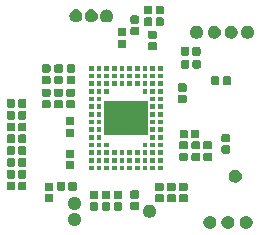
<source format=gbr>
G04 #@! TF.GenerationSoftware,KiCad,Pcbnew,5.0.2+dfsg1-1~bpo9+1*
G04 #@! TF.CreationDate,2019-10-16T17:32:00+02:00*
G04 #@! TF.ProjectId,zglue-dragon-adapter,7a676c75-652d-4647-9261-676f6e2d6164,rev?*
G04 #@! TF.SameCoordinates,Original*
G04 #@! TF.FileFunction,Soldermask,Top*
G04 #@! TF.FilePolarity,Negative*
%FSLAX46Y46*%
G04 Gerber Fmt 4.6, Leading zero omitted, Abs format (unit mm)*
G04 Created by KiCad (PCBNEW 5.0.2+dfsg1-1~bpo9+1) date Wed 16 Oct 2019 05:32:00 PM CEST*
%MOMM*%
%LPD*%
G01*
G04 APERTURE LIST*
%ADD10C,0.100000*%
G04 APERTURE END LIST*
D10*
G36*
X22840719Y-18289374D02*
X22840722Y-18289375D01*
X22840721Y-18289375D01*
X22940996Y-18330910D01*
X23031242Y-18391210D01*
X23107990Y-18467958D01*
X23168290Y-18558204D01*
X23168290Y-18558205D01*
X23209826Y-18658481D01*
X23231000Y-18764930D01*
X23231000Y-18873470D01*
X23209826Y-18979919D01*
X23209825Y-18979921D01*
X23168290Y-19080196D01*
X23107990Y-19170442D01*
X23031242Y-19247190D01*
X22940996Y-19307490D01*
X22870090Y-19336860D01*
X22840719Y-19349026D01*
X22734270Y-19370200D01*
X22625730Y-19370200D01*
X22519281Y-19349026D01*
X22489910Y-19336860D01*
X22419004Y-19307490D01*
X22328758Y-19247190D01*
X22252010Y-19170442D01*
X22191710Y-19080196D01*
X22150175Y-18979921D01*
X22150174Y-18979919D01*
X22129000Y-18873470D01*
X22129000Y-18764930D01*
X22150174Y-18658481D01*
X22191710Y-18558205D01*
X22191710Y-18558204D01*
X22252010Y-18467958D01*
X22328758Y-18391210D01*
X22419004Y-18330910D01*
X22519279Y-18289375D01*
X22519278Y-18289375D01*
X22519281Y-18289374D01*
X22625730Y-18268200D01*
X22734270Y-18268200D01*
X22840719Y-18289374D01*
X22840719Y-18289374D01*
G37*
G36*
X21290719Y-18289374D02*
X21290722Y-18289375D01*
X21290721Y-18289375D01*
X21390996Y-18330910D01*
X21481242Y-18391210D01*
X21557990Y-18467958D01*
X21618290Y-18558204D01*
X21618290Y-18558205D01*
X21659826Y-18658481D01*
X21681000Y-18764930D01*
X21681000Y-18873470D01*
X21659826Y-18979919D01*
X21659825Y-18979921D01*
X21618290Y-19080196D01*
X21557990Y-19170442D01*
X21481242Y-19247190D01*
X21390996Y-19307490D01*
X21320090Y-19336860D01*
X21290719Y-19349026D01*
X21184270Y-19370200D01*
X21075730Y-19370200D01*
X20969281Y-19349026D01*
X20939910Y-19336860D01*
X20869004Y-19307490D01*
X20778758Y-19247190D01*
X20702010Y-19170442D01*
X20641710Y-19080196D01*
X20600175Y-18979921D01*
X20600174Y-18979919D01*
X20579000Y-18873470D01*
X20579000Y-18764930D01*
X20600174Y-18658481D01*
X20641710Y-18558205D01*
X20641710Y-18558204D01*
X20702010Y-18467958D01*
X20778758Y-18391210D01*
X20869004Y-18330910D01*
X20969279Y-18289375D01*
X20969278Y-18289375D01*
X20969281Y-18289374D01*
X21075730Y-18268200D01*
X21184270Y-18268200D01*
X21290719Y-18289374D01*
X21290719Y-18289374D01*
G37*
G36*
X19770719Y-18289374D02*
X19770722Y-18289375D01*
X19770721Y-18289375D01*
X19870996Y-18330910D01*
X19961242Y-18391210D01*
X20037990Y-18467958D01*
X20098290Y-18558204D01*
X20098290Y-18558205D01*
X20139826Y-18658481D01*
X20161000Y-18764930D01*
X20161000Y-18873470D01*
X20139826Y-18979919D01*
X20139825Y-18979921D01*
X20098290Y-19080196D01*
X20037990Y-19170442D01*
X19961242Y-19247190D01*
X19870996Y-19307490D01*
X19800090Y-19336860D01*
X19770719Y-19349026D01*
X19664270Y-19370200D01*
X19555730Y-19370200D01*
X19449281Y-19349026D01*
X19419910Y-19336860D01*
X19349004Y-19307490D01*
X19258758Y-19247190D01*
X19182010Y-19170442D01*
X19121710Y-19080196D01*
X19080175Y-18979921D01*
X19080174Y-18979919D01*
X19059000Y-18873470D01*
X19059000Y-18764930D01*
X19080174Y-18658481D01*
X19121710Y-18558205D01*
X19121710Y-18558204D01*
X19182010Y-18467958D01*
X19258758Y-18391210D01*
X19349004Y-18330910D01*
X19449279Y-18289375D01*
X19449278Y-18289375D01*
X19449281Y-18289374D01*
X19555730Y-18268200D01*
X19664270Y-18268200D01*
X19770719Y-18289374D01*
X19770719Y-18289374D01*
G37*
G36*
X8310719Y-18039374D02*
X8310722Y-18039375D01*
X8310721Y-18039375D01*
X8410996Y-18080910D01*
X8501242Y-18141210D01*
X8577990Y-18217958D01*
X8638290Y-18308204D01*
X8638290Y-18308205D01*
X8679826Y-18408481D01*
X8701000Y-18514930D01*
X8701000Y-18623470D01*
X8679826Y-18729919D01*
X8679825Y-18729921D01*
X8638290Y-18830196D01*
X8577990Y-18920442D01*
X8501242Y-18997190D01*
X8410996Y-19057490D01*
X8340090Y-19086860D01*
X8310719Y-19099026D01*
X8204270Y-19120200D01*
X8095730Y-19120200D01*
X7989281Y-19099026D01*
X7959910Y-19086860D01*
X7889004Y-19057490D01*
X7798758Y-18997190D01*
X7722010Y-18920442D01*
X7661710Y-18830196D01*
X7620175Y-18729921D01*
X7620174Y-18729919D01*
X7599000Y-18623470D01*
X7599000Y-18514930D01*
X7620174Y-18408481D01*
X7661710Y-18308205D01*
X7661710Y-18308204D01*
X7722010Y-18217958D01*
X7798758Y-18141210D01*
X7889004Y-18080910D01*
X7989279Y-18039375D01*
X7989278Y-18039375D01*
X7989281Y-18039374D01*
X8095730Y-18018200D01*
X8204270Y-18018200D01*
X8310719Y-18039374D01*
X8310719Y-18039374D01*
G37*
G36*
X14660719Y-17340174D02*
X14660722Y-17340175D01*
X14660721Y-17340175D01*
X14760996Y-17381710D01*
X14851242Y-17442010D01*
X14927990Y-17518758D01*
X14988290Y-17609004D01*
X14988290Y-17609005D01*
X15029826Y-17709281D01*
X15051000Y-17815730D01*
X15051000Y-17924270D01*
X15029826Y-18030719D01*
X15017660Y-18060090D01*
X14988290Y-18130996D01*
X14927990Y-18221242D01*
X14851242Y-18297990D01*
X14760996Y-18358290D01*
X14690090Y-18387660D01*
X14660719Y-18399826D01*
X14554270Y-18421000D01*
X14445730Y-18421000D01*
X14339281Y-18399826D01*
X14309910Y-18387660D01*
X14239004Y-18358290D01*
X14148758Y-18297990D01*
X14072010Y-18221242D01*
X14011710Y-18130996D01*
X13982340Y-18060090D01*
X13970174Y-18030719D01*
X13949000Y-17924270D01*
X13949000Y-17815730D01*
X13970174Y-17709281D01*
X14011710Y-17609005D01*
X14011710Y-17609004D01*
X14072010Y-17518758D01*
X14148758Y-17442010D01*
X14239004Y-17381710D01*
X14339279Y-17340175D01*
X14339278Y-17340175D01*
X14339281Y-17340174D01*
X14445730Y-17319000D01*
X14554270Y-17319000D01*
X14660719Y-17340174D01*
X14660719Y-17340174D01*
G37*
G36*
X12081825Y-17142081D02*
X12109546Y-17150490D01*
X12135089Y-17164143D01*
X12157481Y-17182519D01*
X12175857Y-17204911D01*
X12189510Y-17230454D01*
X12197919Y-17258175D01*
X12201000Y-17289454D01*
X12201000Y-17680546D01*
X12197919Y-17711825D01*
X12189510Y-17739546D01*
X12175857Y-17765089D01*
X12157481Y-17787481D01*
X12135089Y-17805857D01*
X12109546Y-17819510D01*
X12081825Y-17827919D01*
X12050546Y-17831000D01*
X11609454Y-17831000D01*
X11578175Y-17827919D01*
X11550454Y-17819510D01*
X11524911Y-17805857D01*
X11502519Y-17787481D01*
X11484143Y-17765089D01*
X11470490Y-17739546D01*
X11462081Y-17711825D01*
X11459000Y-17680546D01*
X11459000Y-17289454D01*
X11462081Y-17258175D01*
X11470490Y-17230454D01*
X11484143Y-17204911D01*
X11502519Y-17182519D01*
X11524911Y-17164143D01*
X11550454Y-17150490D01*
X11578175Y-17142081D01*
X11609454Y-17139000D01*
X12050546Y-17139000D01*
X12081825Y-17142081D01*
X12081825Y-17142081D01*
G37*
G36*
X11071825Y-17142081D02*
X11099546Y-17150490D01*
X11125089Y-17164143D01*
X11147481Y-17182519D01*
X11165857Y-17204911D01*
X11179510Y-17230454D01*
X11187919Y-17258175D01*
X11191000Y-17289454D01*
X11191000Y-17680546D01*
X11187919Y-17711825D01*
X11179510Y-17739546D01*
X11165857Y-17765089D01*
X11147481Y-17787481D01*
X11125089Y-17805857D01*
X11099546Y-17819510D01*
X11071825Y-17827919D01*
X11040546Y-17831000D01*
X10599454Y-17831000D01*
X10568175Y-17827919D01*
X10540454Y-17819510D01*
X10514911Y-17805857D01*
X10492519Y-17787481D01*
X10474143Y-17765089D01*
X10460490Y-17739546D01*
X10452081Y-17711825D01*
X10449000Y-17680546D01*
X10449000Y-17289454D01*
X10452081Y-17258175D01*
X10460490Y-17230454D01*
X10474143Y-17204911D01*
X10492519Y-17182519D01*
X10514911Y-17164143D01*
X10540454Y-17150490D01*
X10568175Y-17142081D01*
X10599454Y-17139000D01*
X11040546Y-17139000D01*
X11071825Y-17142081D01*
X11071825Y-17142081D01*
G37*
G36*
X10061825Y-17142081D02*
X10089546Y-17150490D01*
X10115089Y-17164143D01*
X10137481Y-17182519D01*
X10155857Y-17204911D01*
X10169510Y-17230454D01*
X10177919Y-17258175D01*
X10181000Y-17289454D01*
X10181000Y-17680546D01*
X10177919Y-17711825D01*
X10169510Y-17739546D01*
X10155857Y-17765089D01*
X10137481Y-17787481D01*
X10115089Y-17805857D01*
X10089546Y-17819510D01*
X10061825Y-17827919D01*
X10030546Y-17831000D01*
X9589454Y-17831000D01*
X9558175Y-17827919D01*
X9530454Y-17819510D01*
X9504911Y-17805857D01*
X9482519Y-17787481D01*
X9464143Y-17765089D01*
X9450490Y-17739546D01*
X9442081Y-17711825D01*
X9439000Y-17680546D01*
X9439000Y-17289454D01*
X9442081Y-17258175D01*
X9450490Y-17230454D01*
X9464143Y-17204911D01*
X9482519Y-17182519D01*
X9504911Y-17164143D01*
X9530454Y-17150490D01*
X9558175Y-17142081D01*
X9589454Y-17139000D01*
X10030546Y-17139000D01*
X10061825Y-17142081D01*
X10061825Y-17142081D01*
G37*
G36*
X13501825Y-17092081D02*
X13529546Y-17100490D01*
X13555089Y-17114143D01*
X13577481Y-17132519D01*
X13595857Y-17154911D01*
X13609510Y-17180454D01*
X13617919Y-17208175D01*
X13621000Y-17239454D01*
X13621000Y-17630546D01*
X13617919Y-17661825D01*
X13609510Y-17689546D01*
X13595857Y-17715089D01*
X13577481Y-17737481D01*
X13555089Y-17755857D01*
X13529546Y-17769510D01*
X13501825Y-17777919D01*
X13470546Y-17781000D01*
X13029454Y-17781000D01*
X12998175Y-17777919D01*
X12970454Y-17769510D01*
X12944911Y-17755857D01*
X12922519Y-17737481D01*
X12904143Y-17715089D01*
X12890490Y-17689546D01*
X12882081Y-17661825D01*
X12879000Y-17630546D01*
X12879000Y-17239454D01*
X12882081Y-17208175D01*
X12890490Y-17180454D01*
X12904143Y-17154911D01*
X12922519Y-17132519D01*
X12944911Y-17114143D01*
X12970454Y-17100490D01*
X12998175Y-17092081D01*
X13029454Y-17089000D01*
X13470546Y-17089000D01*
X13501825Y-17092081D01*
X13501825Y-17092081D01*
G37*
G36*
X8310719Y-16679374D02*
X8310722Y-16679375D01*
X8310721Y-16679375D01*
X8410996Y-16720910D01*
X8501242Y-16781210D01*
X8577990Y-16857958D01*
X8638290Y-16948204D01*
X8667660Y-17019110D01*
X8679826Y-17048481D01*
X8701000Y-17154930D01*
X8701000Y-17263470D01*
X8679826Y-17369919D01*
X8679825Y-17369921D01*
X8638290Y-17470196D01*
X8577990Y-17560442D01*
X8501242Y-17637190D01*
X8410996Y-17697490D01*
X8376388Y-17711825D01*
X8310719Y-17739026D01*
X8204270Y-17760200D01*
X8095730Y-17760200D01*
X7989281Y-17739026D01*
X7923612Y-17711825D01*
X7889004Y-17697490D01*
X7798758Y-17637190D01*
X7722010Y-17560442D01*
X7661710Y-17470196D01*
X7620175Y-17369921D01*
X7620174Y-17369919D01*
X7599000Y-17263470D01*
X7599000Y-17154930D01*
X7620174Y-17048481D01*
X7632340Y-17019110D01*
X7661710Y-16948204D01*
X7722010Y-16857958D01*
X7798758Y-16781210D01*
X7889004Y-16720910D01*
X7989279Y-16679375D01*
X7989278Y-16679375D01*
X7989281Y-16679374D01*
X8095730Y-16658200D01*
X8204270Y-16658200D01*
X8310719Y-16679374D01*
X8310719Y-16679374D01*
G37*
G36*
X6236825Y-16442081D02*
X6264546Y-16450490D01*
X6290089Y-16464143D01*
X6312481Y-16482519D01*
X6330857Y-16504911D01*
X6344510Y-16530454D01*
X6352919Y-16558175D01*
X6356000Y-16589454D01*
X6356000Y-16980546D01*
X6352919Y-17011825D01*
X6344510Y-17039546D01*
X6330857Y-17065089D01*
X6312481Y-17087481D01*
X6290089Y-17105857D01*
X6264546Y-17119510D01*
X6236825Y-17127919D01*
X6205546Y-17131000D01*
X5764454Y-17131000D01*
X5733175Y-17127919D01*
X5705454Y-17119510D01*
X5679911Y-17105857D01*
X5657519Y-17087481D01*
X5639143Y-17065089D01*
X5625490Y-17039546D01*
X5617081Y-17011825D01*
X5614000Y-16980546D01*
X5614000Y-16589454D01*
X5617081Y-16558175D01*
X5625490Y-16530454D01*
X5639143Y-16504911D01*
X5657519Y-16482519D01*
X5679911Y-16464143D01*
X5705454Y-16450490D01*
X5733175Y-16442081D01*
X5764454Y-16439000D01*
X6205546Y-16439000D01*
X6236825Y-16442081D01*
X6236825Y-16442081D01*
G37*
G36*
X17611825Y-16437081D02*
X17639546Y-16445490D01*
X17665089Y-16459143D01*
X17687481Y-16477519D01*
X17705857Y-16499911D01*
X17719510Y-16525454D01*
X17727919Y-16553175D01*
X17731000Y-16584454D01*
X17731000Y-16975546D01*
X17727919Y-17006825D01*
X17719510Y-17034546D01*
X17705857Y-17060089D01*
X17687481Y-17082481D01*
X17665089Y-17100857D01*
X17639546Y-17114510D01*
X17611825Y-17122919D01*
X17580546Y-17126000D01*
X17139454Y-17126000D01*
X17108175Y-17122919D01*
X17080454Y-17114510D01*
X17054911Y-17100857D01*
X17032519Y-17082481D01*
X17014143Y-17060089D01*
X17000490Y-17034546D01*
X16992081Y-17006825D01*
X16989000Y-16975546D01*
X16989000Y-16584454D01*
X16992081Y-16553175D01*
X17000490Y-16525454D01*
X17014143Y-16499911D01*
X17032519Y-16477519D01*
X17054911Y-16459143D01*
X17080454Y-16445490D01*
X17108175Y-16437081D01*
X17139454Y-16434000D01*
X17580546Y-16434000D01*
X17611825Y-16437081D01*
X17611825Y-16437081D01*
G37*
G36*
X15581825Y-16437081D02*
X15609546Y-16445490D01*
X15635089Y-16459143D01*
X15657481Y-16477519D01*
X15675857Y-16499911D01*
X15689510Y-16525454D01*
X15697919Y-16553175D01*
X15701000Y-16584454D01*
X15701000Y-16975546D01*
X15697919Y-17006825D01*
X15689510Y-17034546D01*
X15675857Y-17060089D01*
X15657481Y-17082481D01*
X15635089Y-17100857D01*
X15609546Y-17114510D01*
X15581825Y-17122919D01*
X15550546Y-17126000D01*
X15109454Y-17126000D01*
X15078175Y-17122919D01*
X15050454Y-17114510D01*
X15024911Y-17100857D01*
X15002519Y-17082481D01*
X14984143Y-17060089D01*
X14970490Y-17034546D01*
X14962081Y-17006825D01*
X14959000Y-16975546D01*
X14959000Y-16584454D01*
X14962081Y-16553175D01*
X14970490Y-16525454D01*
X14984143Y-16499911D01*
X15002519Y-16477519D01*
X15024911Y-16459143D01*
X15050454Y-16445490D01*
X15078175Y-16437081D01*
X15109454Y-16434000D01*
X15550546Y-16434000D01*
X15581825Y-16437081D01*
X15581825Y-16437081D01*
G37*
G36*
X16601825Y-16437081D02*
X16629546Y-16445490D01*
X16655089Y-16459143D01*
X16677481Y-16477519D01*
X16695857Y-16499911D01*
X16709510Y-16525454D01*
X16717919Y-16553175D01*
X16721000Y-16584454D01*
X16721000Y-16975546D01*
X16717919Y-17006825D01*
X16709510Y-17034546D01*
X16695857Y-17060089D01*
X16677481Y-17082481D01*
X16655089Y-17100857D01*
X16629546Y-17114510D01*
X16601825Y-17122919D01*
X16570546Y-17126000D01*
X16129454Y-17126000D01*
X16098175Y-17122919D01*
X16070454Y-17114510D01*
X16044911Y-17100857D01*
X16022519Y-17082481D01*
X16004143Y-17060089D01*
X15990490Y-17034546D01*
X15982081Y-17006825D01*
X15979000Y-16975546D01*
X15979000Y-16584454D01*
X15982081Y-16553175D01*
X15990490Y-16525454D01*
X16004143Y-16499911D01*
X16022519Y-16477519D01*
X16044911Y-16459143D01*
X16070454Y-16445490D01*
X16098175Y-16437081D01*
X16129454Y-16434000D01*
X16570546Y-16434000D01*
X16601825Y-16437081D01*
X16601825Y-16437081D01*
G37*
G36*
X10061825Y-16172081D02*
X10089546Y-16180490D01*
X10115089Y-16194143D01*
X10137481Y-16212519D01*
X10155857Y-16234911D01*
X10169510Y-16260454D01*
X10177919Y-16288175D01*
X10181000Y-16319454D01*
X10181000Y-16710546D01*
X10177919Y-16741825D01*
X10169510Y-16769546D01*
X10155857Y-16795089D01*
X10137481Y-16817481D01*
X10115089Y-16835857D01*
X10089546Y-16849510D01*
X10061825Y-16857919D01*
X10030546Y-16861000D01*
X9589454Y-16861000D01*
X9558175Y-16857919D01*
X9530454Y-16849510D01*
X9504911Y-16835857D01*
X9482519Y-16817481D01*
X9464143Y-16795089D01*
X9450490Y-16769546D01*
X9442081Y-16741825D01*
X9439000Y-16710546D01*
X9439000Y-16319454D01*
X9442081Y-16288175D01*
X9450490Y-16260454D01*
X9464143Y-16234911D01*
X9482519Y-16212519D01*
X9504911Y-16194143D01*
X9530454Y-16180490D01*
X9558175Y-16172081D01*
X9589454Y-16169000D01*
X10030546Y-16169000D01*
X10061825Y-16172081D01*
X10061825Y-16172081D01*
G37*
G36*
X11071825Y-16172081D02*
X11099546Y-16180490D01*
X11125089Y-16194143D01*
X11147481Y-16212519D01*
X11165857Y-16234911D01*
X11179510Y-16260454D01*
X11187919Y-16288175D01*
X11191000Y-16319454D01*
X11191000Y-16710546D01*
X11187919Y-16741825D01*
X11179510Y-16769546D01*
X11165857Y-16795089D01*
X11147481Y-16817481D01*
X11125089Y-16835857D01*
X11099546Y-16849510D01*
X11071825Y-16857919D01*
X11040546Y-16861000D01*
X10599454Y-16861000D01*
X10568175Y-16857919D01*
X10540454Y-16849510D01*
X10514911Y-16835857D01*
X10492519Y-16817481D01*
X10474143Y-16795089D01*
X10460490Y-16769546D01*
X10452081Y-16741825D01*
X10449000Y-16710546D01*
X10449000Y-16319454D01*
X10452081Y-16288175D01*
X10460490Y-16260454D01*
X10474143Y-16234911D01*
X10492519Y-16212519D01*
X10514911Y-16194143D01*
X10540454Y-16180490D01*
X10568175Y-16172081D01*
X10599454Y-16169000D01*
X11040546Y-16169000D01*
X11071825Y-16172081D01*
X11071825Y-16172081D01*
G37*
G36*
X12081825Y-16172081D02*
X12109546Y-16180490D01*
X12135089Y-16194143D01*
X12157481Y-16212519D01*
X12175857Y-16234911D01*
X12189510Y-16260454D01*
X12197919Y-16288175D01*
X12201000Y-16319454D01*
X12201000Y-16710546D01*
X12197919Y-16741825D01*
X12189510Y-16769546D01*
X12175857Y-16795089D01*
X12157481Y-16817481D01*
X12135089Y-16835857D01*
X12109546Y-16849510D01*
X12081825Y-16857919D01*
X12050546Y-16861000D01*
X11609454Y-16861000D01*
X11578175Y-16857919D01*
X11550454Y-16849510D01*
X11524911Y-16835857D01*
X11502519Y-16817481D01*
X11484143Y-16795089D01*
X11470490Y-16769546D01*
X11462081Y-16741825D01*
X11459000Y-16710546D01*
X11459000Y-16319454D01*
X11462081Y-16288175D01*
X11470490Y-16260454D01*
X11484143Y-16234911D01*
X11502519Y-16212519D01*
X11524911Y-16194143D01*
X11550454Y-16180490D01*
X11578175Y-16172081D01*
X11609454Y-16169000D01*
X12050546Y-16169000D01*
X12081825Y-16172081D01*
X12081825Y-16172081D01*
G37*
G36*
X13501825Y-16122081D02*
X13529546Y-16130490D01*
X13555089Y-16144143D01*
X13577481Y-16162519D01*
X13595857Y-16184911D01*
X13609510Y-16210454D01*
X13617919Y-16238175D01*
X13621000Y-16269454D01*
X13621000Y-16660546D01*
X13617919Y-16691825D01*
X13609510Y-16719546D01*
X13595857Y-16745089D01*
X13577481Y-16767481D01*
X13555089Y-16785857D01*
X13529546Y-16799510D01*
X13501825Y-16807919D01*
X13470546Y-16811000D01*
X13029454Y-16811000D01*
X12998175Y-16807919D01*
X12970454Y-16799510D01*
X12944911Y-16785857D01*
X12922519Y-16767481D01*
X12904143Y-16745089D01*
X12890490Y-16719546D01*
X12882081Y-16691825D01*
X12879000Y-16660546D01*
X12879000Y-16269454D01*
X12882081Y-16238175D01*
X12890490Y-16210454D01*
X12904143Y-16184911D01*
X12922519Y-16162519D01*
X12944911Y-16144143D01*
X12970454Y-16130490D01*
X12998175Y-16122081D01*
X13029454Y-16119000D01*
X13470546Y-16119000D01*
X13501825Y-16122081D01*
X13501825Y-16122081D01*
G37*
G36*
X6236825Y-15472081D02*
X6264546Y-15480490D01*
X6290089Y-15494143D01*
X6312481Y-15512519D01*
X6330857Y-15534911D01*
X6344510Y-15560454D01*
X6352919Y-15588175D01*
X6356000Y-15619454D01*
X6356000Y-16010546D01*
X6352919Y-16041825D01*
X6344510Y-16069546D01*
X6330857Y-16095089D01*
X6312481Y-16117481D01*
X6290089Y-16135857D01*
X6264546Y-16149510D01*
X6236825Y-16157919D01*
X6205546Y-16161000D01*
X5764454Y-16161000D01*
X5733175Y-16157919D01*
X5705454Y-16149510D01*
X5679911Y-16135857D01*
X5657519Y-16117481D01*
X5639143Y-16095089D01*
X5625490Y-16069546D01*
X5617081Y-16041825D01*
X5614000Y-16010546D01*
X5614000Y-15619454D01*
X5617081Y-15588175D01*
X5625490Y-15560454D01*
X5639143Y-15534911D01*
X5657519Y-15512519D01*
X5679911Y-15494143D01*
X5705454Y-15480490D01*
X5733175Y-15472081D01*
X5764454Y-15469000D01*
X6205546Y-15469000D01*
X6236825Y-15472081D01*
X6236825Y-15472081D01*
G37*
G36*
X17611825Y-15467081D02*
X17639546Y-15475490D01*
X17665089Y-15489143D01*
X17687481Y-15507519D01*
X17705857Y-15529911D01*
X17719510Y-15555454D01*
X17727919Y-15583175D01*
X17731000Y-15614454D01*
X17731000Y-16005546D01*
X17727919Y-16036825D01*
X17719510Y-16064546D01*
X17705857Y-16090089D01*
X17687481Y-16112481D01*
X17665089Y-16130857D01*
X17639546Y-16144510D01*
X17611825Y-16152919D01*
X17580546Y-16156000D01*
X17139454Y-16156000D01*
X17108175Y-16152919D01*
X17080454Y-16144510D01*
X17054911Y-16130857D01*
X17032519Y-16112481D01*
X17014143Y-16090089D01*
X17000490Y-16064546D01*
X16992081Y-16036825D01*
X16989000Y-16005546D01*
X16989000Y-15614454D01*
X16992081Y-15583175D01*
X17000490Y-15555454D01*
X17014143Y-15529911D01*
X17032519Y-15507519D01*
X17054911Y-15489143D01*
X17080454Y-15475490D01*
X17108175Y-15467081D01*
X17139454Y-15464000D01*
X17580546Y-15464000D01*
X17611825Y-15467081D01*
X17611825Y-15467081D01*
G37*
G36*
X15581825Y-15467081D02*
X15609546Y-15475490D01*
X15635089Y-15489143D01*
X15657481Y-15507519D01*
X15675857Y-15529911D01*
X15689510Y-15555454D01*
X15697919Y-15583175D01*
X15701000Y-15614454D01*
X15701000Y-16005546D01*
X15697919Y-16036825D01*
X15689510Y-16064546D01*
X15675857Y-16090089D01*
X15657481Y-16112481D01*
X15635089Y-16130857D01*
X15609546Y-16144510D01*
X15581825Y-16152919D01*
X15550546Y-16156000D01*
X15109454Y-16156000D01*
X15078175Y-16152919D01*
X15050454Y-16144510D01*
X15024911Y-16130857D01*
X15002519Y-16112481D01*
X14984143Y-16090089D01*
X14970490Y-16064546D01*
X14962081Y-16036825D01*
X14959000Y-16005546D01*
X14959000Y-15614454D01*
X14962081Y-15583175D01*
X14970490Y-15555454D01*
X14984143Y-15529911D01*
X15002519Y-15507519D01*
X15024911Y-15489143D01*
X15050454Y-15475490D01*
X15078175Y-15467081D01*
X15109454Y-15464000D01*
X15550546Y-15464000D01*
X15581825Y-15467081D01*
X15581825Y-15467081D01*
G37*
G36*
X16601825Y-15467081D02*
X16629546Y-15475490D01*
X16655089Y-15489143D01*
X16677481Y-15507519D01*
X16695857Y-15529911D01*
X16709510Y-15555454D01*
X16717919Y-15583175D01*
X16721000Y-15614454D01*
X16721000Y-16005546D01*
X16717919Y-16036825D01*
X16709510Y-16064546D01*
X16695857Y-16090089D01*
X16677481Y-16112481D01*
X16655089Y-16130857D01*
X16629546Y-16144510D01*
X16601825Y-16152919D01*
X16570546Y-16156000D01*
X16129454Y-16156000D01*
X16098175Y-16152919D01*
X16070454Y-16144510D01*
X16044911Y-16130857D01*
X16022519Y-16112481D01*
X16004143Y-16090089D01*
X15990490Y-16064546D01*
X15982081Y-16036825D01*
X15979000Y-16005546D01*
X15979000Y-15614454D01*
X15982081Y-15583175D01*
X15990490Y-15555454D01*
X16004143Y-15529911D01*
X16022519Y-15507519D01*
X16044911Y-15489143D01*
X16070454Y-15475490D01*
X16098175Y-15467081D01*
X16129454Y-15464000D01*
X16570546Y-15464000D01*
X16601825Y-15467081D01*
X16601825Y-15467081D01*
G37*
G36*
X7236825Y-15402081D02*
X7264546Y-15410490D01*
X7290089Y-15424143D01*
X7312481Y-15442519D01*
X7330857Y-15464911D01*
X7344510Y-15490454D01*
X7352919Y-15518175D01*
X7356000Y-15549454D01*
X7356000Y-15990546D01*
X7352919Y-16021825D01*
X7344510Y-16049546D01*
X7330857Y-16075089D01*
X7312481Y-16097481D01*
X7290089Y-16115857D01*
X7264546Y-16129510D01*
X7236825Y-16137919D01*
X7205546Y-16141000D01*
X6814454Y-16141000D01*
X6783175Y-16137919D01*
X6755454Y-16129510D01*
X6729911Y-16115857D01*
X6707519Y-16097481D01*
X6689143Y-16075089D01*
X6675490Y-16049546D01*
X6667081Y-16021825D01*
X6664000Y-15990546D01*
X6664000Y-15549454D01*
X6667081Y-15518175D01*
X6675490Y-15490454D01*
X6689143Y-15464911D01*
X6707519Y-15442519D01*
X6729911Y-15424143D01*
X6755454Y-15410490D01*
X6783175Y-15402081D01*
X6814454Y-15399000D01*
X7205546Y-15399000D01*
X7236825Y-15402081D01*
X7236825Y-15402081D01*
G37*
G36*
X8206825Y-15402081D02*
X8234546Y-15410490D01*
X8260089Y-15424143D01*
X8282481Y-15442519D01*
X8300857Y-15464911D01*
X8314510Y-15490454D01*
X8322919Y-15518175D01*
X8326000Y-15549454D01*
X8326000Y-15990546D01*
X8322919Y-16021825D01*
X8314510Y-16049546D01*
X8300857Y-16075089D01*
X8282481Y-16097481D01*
X8260089Y-16115857D01*
X8234546Y-16129510D01*
X8206825Y-16137919D01*
X8175546Y-16141000D01*
X7784454Y-16141000D01*
X7753175Y-16137919D01*
X7725454Y-16129510D01*
X7699911Y-16115857D01*
X7677519Y-16097481D01*
X7659143Y-16075089D01*
X7645490Y-16049546D01*
X7637081Y-16021825D01*
X7634000Y-15990546D01*
X7634000Y-15549454D01*
X7637081Y-15518175D01*
X7645490Y-15490454D01*
X7659143Y-15464911D01*
X7677519Y-15442519D01*
X7699911Y-15424143D01*
X7725454Y-15410490D01*
X7753175Y-15402081D01*
X7784454Y-15399000D01*
X8175546Y-15399000D01*
X8206825Y-15402081D01*
X8206825Y-15402081D01*
G37*
G36*
X3961825Y-15382081D02*
X3989546Y-15390490D01*
X4015089Y-15404143D01*
X4037481Y-15422519D01*
X4055857Y-15444911D01*
X4069510Y-15470454D01*
X4077919Y-15498175D01*
X4081000Y-15529454D01*
X4081000Y-15970546D01*
X4077919Y-16001825D01*
X4069510Y-16029546D01*
X4055857Y-16055089D01*
X4037481Y-16077481D01*
X4015089Y-16095857D01*
X3989546Y-16109510D01*
X3961825Y-16117919D01*
X3930546Y-16121000D01*
X3539454Y-16121000D01*
X3508175Y-16117919D01*
X3480454Y-16109510D01*
X3454911Y-16095857D01*
X3432519Y-16077481D01*
X3414143Y-16055089D01*
X3400490Y-16029546D01*
X3392081Y-16001825D01*
X3389000Y-15970546D01*
X3389000Y-15529454D01*
X3392081Y-15498175D01*
X3400490Y-15470454D01*
X3414143Y-15444911D01*
X3432519Y-15422519D01*
X3454911Y-15404143D01*
X3480454Y-15390490D01*
X3508175Y-15382081D01*
X3539454Y-15379000D01*
X3930546Y-15379000D01*
X3961825Y-15382081D01*
X3961825Y-15382081D01*
G37*
G36*
X2991825Y-15382081D02*
X3019546Y-15390490D01*
X3045089Y-15404143D01*
X3067481Y-15422519D01*
X3085857Y-15444911D01*
X3099510Y-15470454D01*
X3107919Y-15498175D01*
X3111000Y-15529454D01*
X3111000Y-15970546D01*
X3107919Y-16001825D01*
X3099510Y-16029546D01*
X3085857Y-16055089D01*
X3067481Y-16077481D01*
X3045089Y-16095857D01*
X3019546Y-16109510D01*
X2991825Y-16117919D01*
X2960546Y-16121000D01*
X2569454Y-16121000D01*
X2538175Y-16117919D01*
X2510454Y-16109510D01*
X2484911Y-16095857D01*
X2462519Y-16077481D01*
X2444143Y-16055089D01*
X2430490Y-16029546D01*
X2422081Y-16001825D01*
X2419000Y-15970546D01*
X2419000Y-15529454D01*
X2422081Y-15498175D01*
X2430490Y-15470454D01*
X2444143Y-15444911D01*
X2462519Y-15422519D01*
X2484911Y-15404143D01*
X2510454Y-15390490D01*
X2538175Y-15382081D01*
X2569454Y-15379000D01*
X2960546Y-15379000D01*
X2991825Y-15382081D01*
X2991825Y-15382081D01*
G37*
G36*
X21920719Y-14389374D02*
X21950090Y-14401540D01*
X22020996Y-14430910D01*
X22111242Y-14491210D01*
X22187990Y-14567958D01*
X22248290Y-14658204D01*
X22248290Y-14658205D01*
X22289826Y-14758481D01*
X22311000Y-14864930D01*
X22311000Y-14973470D01*
X22289826Y-15079919D01*
X22289825Y-15079921D01*
X22248290Y-15180196D01*
X22187990Y-15270442D01*
X22111242Y-15347190D01*
X22020996Y-15407490D01*
X21967446Y-15429671D01*
X21920719Y-15449026D01*
X21814270Y-15470200D01*
X21705730Y-15470200D01*
X21599281Y-15449026D01*
X21552554Y-15429671D01*
X21499004Y-15407490D01*
X21408758Y-15347190D01*
X21332010Y-15270442D01*
X21271710Y-15180196D01*
X21230175Y-15079921D01*
X21230174Y-15079919D01*
X21209000Y-14973470D01*
X21209000Y-14864930D01*
X21230174Y-14758481D01*
X21271710Y-14658205D01*
X21271710Y-14658204D01*
X21332010Y-14567958D01*
X21408758Y-14491210D01*
X21499004Y-14430910D01*
X21569910Y-14401540D01*
X21599281Y-14389374D01*
X21705730Y-14368200D01*
X21814270Y-14368200D01*
X21920719Y-14389374D01*
X21920719Y-14389374D01*
G37*
G36*
X2991825Y-14382081D02*
X3019546Y-14390490D01*
X3045089Y-14404143D01*
X3067481Y-14422519D01*
X3085857Y-14444911D01*
X3099510Y-14470454D01*
X3107919Y-14498175D01*
X3111000Y-14529454D01*
X3111000Y-14970546D01*
X3107919Y-15001825D01*
X3099510Y-15029546D01*
X3085857Y-15055089D01*
X3067481Y-15077481D01*
X3045089Y-15095857D01*
X3019546Y-15109510D01*
X2991825Y-15117919D01*
X2960546Y-15121000D01*
X2569454Y-15121000D01*
X2538175Y-15117919D01*
X2510454Y-15109510D01*
X2484911Y-15095857D01*
X2462519Y-15077481D01*
X2444143Y-15055089D01*
X2430490Y-15029546D01*
X2422081Y-15001825D01*
X2419000Y-14970546D01*
X2419000Y-14529454D01*
X2422081Y-14498175D01*
X2430490Y-14470454D01*
X2444143Y-14444911D01*
X2462519Y-14422519D01*
X2484911Y-14404143D01*
X2510454Y-14390490D01*
X2538175Y-14382081D01*
X2569454Y-14379000D01*
X2960546Y-14379000D01*
X2991825Y-14382081D01*
X2991825Y-14382081D01*
G37*
G36*
X3961825Y-14382081D02*
X3989546Y-14390490D01*
X4015089Y-14404143D01*
X4037481Y-14422519D01*
X4055857Y-14444911D01*
X4069510Y-14470454D01*
X4077919Y-14498175D01*
X4081000Y-14529454D01*
X4081000Y-14970546D01*
X4077919Y-15001825D01*
X4069510Y-15029546D01*
X4055857Y-15055089D01*
X4037481Y-15077481D01*
X4015089Y-15095857D01*
X3989546Y-15109510D01*
X3961825Y-15117919D01*
X3930546Y-15121000D01*
X3539454Y-15121000D01*
X3508175Y-15117919D01*
X3480454Y-15109510D01*
X3454911Y-15095857D01*
X3432519Y-15077481D01*
X3414143Y-15055089D01*
X3400490Y-15029546D01*
X3392081Y-15001825D01*
X3389000Y-14970546D01*
X3389000Y-14529454D01*
X3392081Y-14498175D01*
X3400490Y-14470454D01*
X3414143Y-14444911D01*
X3432519Y-14422519D01*
X3454911Y-14404143D01*
X3480454Y-14390490D01*
X3508175Y-14382081D01*
X3539454Y-14379000D01*
X3930546Y-14379000D01*
X3961825Y-14382081D01*
X3961825Y-14382081D01*
G37*
G36*
X13026000Y-14426000D02*
X12624000Y-14426000D01*
X12624000Y-14024000D01*
X13026000Y-14024000D01*
X13026000Y-14426000D01*
X13026000Y-14426000D01*
G37*
G36*
X14326000Y-14426000D02*
X13924000Y-14426000D01*
X13924000Y-14024000D01*
X14326000Y-14024000D01*
X14326000Y-14426000D01*
X14326000Y-14426000D01*
G37*
G36*
X11076000Y-14426000D02*
X10674000Y-14426000D01*
X10674000Y-14024000D01*
X11076000Y-14024000D01*
X11076000Y-14426000D01*
X11076000Y-14426000D01*
G37*
G36*
X9776000Y-14426000D02*
X9374000Y-14426000D01*
X9374000Y-14024000D01*
X9776000Y-14024000D01*
X9776000Y-14426000D01*
X9776000Y-14426000D01*
G37*
G36*
X12376000Y-14426000D02*
X11974000Y-14426000D01*
X11974000Y-14024000D01*
X12376000Y-14024000D01*
X12376000Y-14426000D01*
X12376000Y-14426000D01*
G37*
G36*
X13676000Y-14426000D02*
X13274000Y-14426000D01*
X13274000Y-14024000D01*
X13676000Y-14024000D01*
X13676000Y-14426000D01*
X13676000Y-14426000D01*
G37*
G36*
X15626000Y-14426000D02*
X15224000Y-14426000D01*
X15224000Y-14024000D01*
X15626000Y-14024000D01*
X15626000Y-14426000D01*
X15626000Y-14426000D01*
G37*
G36*
X11726000Y-14426000D02*
X11324000Y-14426000D01*
X11324000Y-14024000D01*
X11726000Y-14024000D01*
X11726000Y-14426000D01*
X11726000Y-14426000D01*
G37*
G36*
X14976000Y-14426000D02*
X14574000Y-14426000D01*
X14574000Y-14024000D01*
X14976000Y-14024000D01*
X14976000Y-14426000D01*
X14976000Y-14426000D01*
G37*
G36*
X10426000Y-14426000D02*
X10024000Y-14426000D01*
X10024000Y-14024000D01*
X10426000Y-14024000D01*
X10426000Y-14426000D01*
X10426000Y-14426000D01*
G37*
G36*
X8026825Y-13642081D02*
X8054546Y-13650490D01*
X8080089Y-13664143D01*
X8102481Y-13682519D01*
X8120857Y-13704911D01*
X8134510Y-13730454D01*
X8142919Y-13758175D01*
X8146000Y-13789454D01*
X8146000Y-14180546D01*
X8142919Y-14211825D01*
X8134510Y-14239546D01*
X8120857Y-14265089D01*
X8102481Y-14287481D01*
X8080089Y-14305857D01*
X8054546Y-14319510D01*
X8026825Y-14327919D01*
X7995546Y-14331000D01*
X7554454Y-14331000D01*
X7523175Y-14327919D01*
X7495454Y-14319510D01*
X7469911Y-14305857D01*
X7447519Y-14287481D01*
X7429143Y-14265089D01*
X7415490Y-14239546D01*
X7407081Y-14211825D01*
X7404000Y-14180546D01*
X7404000Y-13789454D01*
X7407081Y-13758175D01*
X7415490Y-13730454D01*
X7429143Y-13704911D01*
X7447519Y-13682519D01*
X7469911Y-13664143D01*
X7495454Y-13650490D01*
X7523175Y-13642081D01*
X7554454Y-13639000D01*
X7995546Y-13639000D01*
X8026825Y-13642081D01*
X8026825Y-13642081D01*
G37*
G36*
X3961825Y-13382081D02*
X3989546Y-13390490D01*
X4015089Y-13404143D01*
X4037481Y-13422519D01*
X4055857Y-13444911D01*
X4069510Y-13470454D01*
X4077919Y-13498175D01*
X4081000Y-13529454D01*
X4081000Y-13970546D01*
X4077919Y-14001825D01*
X4069510Y-14029546D01*
X4055857Y-14055089D01*
X4037481Y-14077481D01*
X4015089Y-14095857D01*
X3989546Y-14109510D01*
X3961825Y-14117919D01*
X3930546Y-14121000D01*
X3539454Y-14121000D01*
X3508175Y-14117919D01*
X3480454Y-14109510D01*
X3454911Y-14095857D01*
X3432519Y-14077481D01*
X3414143Y-14055089D01*
X3400490Y-14029546D01*
X3392081Y-14001825D01*
X3389000Y-13970546D01*
X3389000Y-13529454D01*
X3392081Y-13498175D01*
X3400490Y-13470454D01*
X3414143Y-13444911D01*
X3432519Y-13422519D01*
X3454911Y-13404143D01*
X3480454Y-13390490D01*
X3508175Y-13382081D01*
X3539454Y-13379000D01*
X3930546Y-13379000D01*
X3961825Y-13382081D01*
X3961825Y-13382081D01*
G37*
G36*
X2991825Y-13382081D02*
X3019546Y-13390490D01*
X3045089Y-13404143D01*
X3067481Y-13422519D01*
X3085857Y-13444911D01*
X3099510Y-13470454D01*
X3107919Y-13498175D01*
X3111000Y-13529454D01*
X3111000Y-13970546D01*
X3107919Y-14001825D01*
X3099510Y-14029546D01*
X3085857Y-14055089D01*
X3067481Y-14077481D01*
X3045089Y-14095857D01*
X3019546Y-14109510D01*
X2991825Y-14117919D01*
X2960546Y-14121000D01*
X2569454Y-14121000D01*
X2538175Y-14117919D01*
X2510454Y-14109510D01*
X2484911Y-14095857D01*
X2462519Y-14077481D01*
X2444143Y-14055089D01*
X2430490Y-14029546D01*
X2422081Y-14001825D01*
X2419000Y-13970546D01*
X2419000Y-13529454D01*
X2422081Y-13498175D01*
X2430490Y-13470454D01*
X2444143Y-13444911D01*
X2462519Y-13422519D01*
X2484911Y-13404143D01*
X2510454Y-13390490D01*
X2538175Y-13382081D01*
X2569454Y-13379000D01*
X2960546Y-13379000D01*
X2991825Y-13382081D01*
X2991825Y-13382081D01*
G37*
G36*
X15626000Y-13776000D02*
X15224000Y-13776000D01*
X15224000Y-13374000D01*
X15626000Y-13374000D01*
X15626000Y-13776000D01*
X15626000Y-13776000D01*
G37*
G36*
X13026000Y-13776000D02*
X12624000Y-13776000D01*
X12624000Y-13374000D01*
X13026000Y-13374000D01*
X13026000Y-13776000D01*
X13026000Y-13776000D01*
G37*
G36*
X9776000Y-13776000D02*
X9374000Y-13776000D01*
X9374000Y-13374000D01*
X9776000Y-13374000D01*
X9776000Y-13776000D01*
X9776000Y-13776000D01*
G37*
G36*
X14326000Y-13776000D02*
X13924000Y-13776000D01*
X13924000Y-13374000D01*
X14326000Y-13374000D01*
X14326000Y-13776000D01*
X14326000Y-13776000D01*
G37*
G36*
X12376000Y-13776000D02*
X11974000Y-13776000D01*
X11974000Y-13374000D01*
X12376000Y-13374000D01*
X12376000Y-13776000D01*
X12376000Y-13776000D01*
G37*
G36*
X13676000Y-13776000D02*
X13274000Y-13776000D01*
X13274000Y-13374000D01*
X13676000Y-13374000D01*
X13676000Y-13776000D01*
X13676000Y-13776000D01*
G37*
G36*
X11076000Y-13776000D02*
X10674000Y-13776000D01*
X10674000Y-13374000D01*
X11076000Y-13374000D01*
X11076000Y-13776000D01*
X11076000Y-13776000D01*
G37*
G36*
X11726000Y-13776000D02*
X11324000Y-13776000D01*
X11324000Y-13374000D01*
X11726000Y-13374000D01*
X11726000Y-13776000D01*
X11726000Y-13776000D01*
G37*
G36*
X14976000Y-13776000D02*
X14574000Y-13776000D01*
X14574000Y-13374000D01*
X14976000Y-13374000D01*
X14976000Y-13776000D01*
X14976000Y-13776000D01*
G37*
G36*
X10426000Y-13776000D02*
X10024000Y-13776000D01*
X10024000Y-13374000D01*
X10426000Y-13374000D01*
X10426000Y-13776000D01*
X10426000Y-13776000D01*
G37*
G36*
X19676825Y-12937081D02*
X19704546Y-12945490D01*
X19730089Y-12959143D01*
X19752481Y-12977519D01*
X19770857Y-12999911D01*
X19784510Y-13025454D01*
X19792919Y-13053175D01*
X19796000Y-13084454D01*
X19796000Y-13475546D01*
X19792919Y-13506825D01*
X19784510Y-13534546D01*
X19770857Y-13560089D01*
X19752481Y-13582481D01*
X19730089Y-13600857D01*
X19704546Y-13614510D01*
X19676825Y-13622919D01*
X19645546Y-13626000D01*
X19204454Y-13626000D01*
X19173175Y-13622919D01*
X19145454Y-13614510D01*
X19119911Y-13600857D01*
X19097519Y-13582481D01*
X19079143Y-13560089D01*
X19065490Y-13534546D01*
X19057081Y-13506825D01*
X19054000Y-13475546D01*
X19054000Y-13084454D01*
X19057081Y-13053175D01*
X19065490Y-13025454D01*
X19079143Y-12999911D01*
X19097519Y-12977519D01*
X19119911Y-12959143D01*
X19145454Y-12945490D01*
X19173175Y-12937081D01*
X19204454Y-12934000D01*
X19645546Y-12934000D01*
X19676825Y-12937081D01*
X19676825Y-12937081D01*
G37*
G36*
X18676825Y-12937081D02*
X18704546Y-12945490D01*
X18730089Y-12959143D01*
X18752481Y-12977519D01*
X18770857Y-12999911D01*
X18784510Y-13025454D01*
X18792919Y-13053175D01*
X18796000Y-13084454D01*
X18796000Y-13475546D01*
X18792919Y-13506825D01*
X18784510Y-13534546D01*
X18770857Y-13560089D01*
X18752481Y-13582481D01*
X18730089Y-13600857D01*
X18704546Y-13614510D01*
X18676825Y-13622919D01*
X18645546Y-13626000D01*
X18204454Y-13626000D01*
X18173175Y-13622919D01*
X18145454Y-13614510D01*
X18119911Y-13600857D01*
X18097519Y-13582481D01*
X18079143Y-13560089D01*
X18065490Y-13534546D01*
X18057081Y-13506825D01*
X18054000Y-13475546D01*
X18054000Y-13084454D01*
X18057081Y-13053175D01*
X18065490Y-13025454D01*
X18079143Y-12999911D01*
X18097519Y-12977519D01*
X18119911Y-12959143D01*
X18145454Y-12945490D01*
X18173175Y-12937081D01*
X18204454Y-12934000D01*
X18645546Y-12934000D01*
X18676825Y-12937081D01*
X18676825Y-12937081D01*
G37*
G36*
X17626825Y-12937081D02*
X17654546Y-12945490D01*
X17680089Y-12959143D01*
X17702481Y-12977519D01*
X17720857Y-12999911D01*
X17734510Y-13025454D01*
X17742919Y-13053175D01*
X17746000Y-13084454D01*
X17746000Y-13475546D01*
X17742919Y-13506825D01*
X17734510Y-13534546D01*
X17720857Y-13560089D01*
X17702481Y-13582481D01*
X17680089Y-13600857D01*
X17654546Y-13614510D01*
X17626825Y-13622919D01*
X17595546Y-13626000D01*
X17154454Y-13626000D01*
X17123175Y-13622919D01*
X17095454Y-13614510D01*
X17069911Y-13600857D01*
X17047519Y-13582481D01*
X17029143Y-13560089D01*
X17015490Y-13534546D01*
X17007081Y-13506825D01*
X17004000Y-13475546D01*
X17004000Y-13084454D01*
X17007081Y-13053175D01*
X17015490Y-13025454D01*
X17029143Y-12999911D01*
X17047519Y-12977519D01*
X17069911Y-12959143D01*
X17095454Y-12945490D01*
X17123175Y-12937081D01*
X17154454Y-12934000D01*
X17595546Y-12934000D01*
X17626825Y-12937081D01*
X17626825Y-12937081D01*
G37*
G36*
X8026825Y-12672081D02*
X8054546Y-12680490D01*
X8080089Y-12694143D01*
X8102481Y-12712519D01*
X8120857Y-12734911D01*
X8134510Y-12760454D01*
X8142919Y-12788175D01*
X8146000Y-12819454D01*
X8146000Y-13210546D01*
X8142919Y-13241825D01*
X8134510Y-13269546D01*
X8120857Y-13295089D01*
X8102481Y-13317481D01*
X8080089Y-13335857D01*
X8054546Y-13349510D01*
X8026825Y-13357919D01*
X7995546Y-13361000D01*
X7554454Y-13361000D01*
X7523175Y-13357919D01*
X7495454Y-13349510D01*
X7469911Y-13335857D01*
X7447519Y-13317481D01*
X7429143Y-13295089D01*
X7415490Y-13269546D01*
X7407081Y-13241825D01*
X7404000Y-13210546D01*
X7404000Y-12819454D01*
X7407081Y-12788175D01*
X7415490Y-12760454D01*
X7429143Y-12734911D01*
X7447519Y-12712519D01*
X7469911Y-12694143D01*
X7495454Y-12680490D01*
X7523175Y-12672081D01*
X7554454Y-12669000D01*
X7995546Y-12669000D01*
X8026825Y-12672081D01*
X8026825Y-12672081D01*
G37*
G36*
X10426000Y-13126000D02*
X10024000Y-13126000D01*
X10024000Y-12724000D01*
X10426000Y-12724000D01*
X10426000Y-13126000D01*
X10426000Y-13126000D01*
G37*
G36*
X14976000Y-13126000D02*
X14574000Y-13126000D01*
X14574000Y-12724000D01*
X14976000Y-12724000D01*
X14976000Y-13126000D01*
X14976000Y-13126000D01*
G37*
G36*
X13676000Y-13126000D02*
X13274000Y-13126000D01*
X13274000Y-12724000D01*
X13676000Y-12724000D01*
X13676000Y-13126000D01*
X13676000Y-13126000D01*
G37*
G36*
X14326000Y-13126000D02*
X13924000Y-13126000D01*
X13924000Y-12724000D01*
X14326000Y-12724000D01*
X14326000Y-13126000D01*
X14326000Y-13126000D01*
G37*
G36*
X15626000Y-13126000D02*
X15224000Y-13126000D01*
X15224000Y-12724000D01*
X15626000Y-12724000D01*
X15626000Y-13126000D01*
X15626000Y-13126000D01*
G37*
G36*
X9776000Y-13126000D02*
X9374000Y-13126000D01*
X9374000Y-12724000D01*
X9776000Y-12724000D01*
X9776000Y-13126000D01*
X9776000Y-13126000D01*
G37*
G36*
X13026000Y-13126000D02*
X12624000Y-13126000D01*
X12624000Y-12724000D01*
X13026000Y-12724000D01*
X13026000Y-13126000D01*
X13026000Y-13126000D01*
G37*
G36*
X11076000Y-13126000D02*
X10674000Y-13126000D01*
X10674000Y-12724000D01*
X11076000Y-12724000D01*
X11076000Y-13126000D01*
X11076000Y-13126000D01*
G37*
G36*
X12376000Y-13126000D02*
X11974000Y-13126000D01*
X11974000Y-12724000D01*
X12376000Y-12724000D01*
X12376000Y-13126000D01*
X12376000Y-13126000D01*
G37*
G36*
X11726000Y-13126000D02*
X11324000Y-13126000D01*
X11324000Y-12724000D01*
X11726000Y-12724000D01*
X11726000Y-13126000D01*
X11726000Y-13126000D01*
G37*
G36*
X3961825Y-12382081D02*
X3989546Y-12390490D01*
X4015089Y-12404143D01*
X4037481Y-12422519D01*
X4055857Y-12444911D01*
X4069510Y-12470454D01*
X4077919Y-12498175D01*
X4081000Y-12529454D01*
X4081000Y-12970546D01*
X4077919Y-13001825D01*
X4069510Y-13029546D01*
X4055857Y-13055089D01*
X4037481Y-13077481D01*
X4015089Y-13095857D01*
X3989546Y-13109510D01*
X3961825Y-13117919D01*
X3930546Y-13121000D01*
X3539454Y-13121000D01*
X3508175Y-13117919D01*
X3480454Y-13109510D01*
X3454911Y-13095857D01*
X3432519Y-13077481D01*
X3414143Y-13055089D01*
X3400490Y-13029546D01*
X3392081Y-13001825D01*
X3389000Y-12970546D01*
X3389000Y-12529454D01*
X3392081Y-12498175D01*
X3400490Y-12470454D01*
X3414143Y-12444911D01*
X3432519Y-12422519D01*
X3454911Y-12404143D01*
X3480454Y-12390490D01*
X3508175Y-12382081D01*
X3539454Y-12379000D01*
X3930546Y-12379000D01*
X3961825Y-12382081D01*
X3961825Y-12382081D01*
G37*
G36*
X2991825Y-12382081D02*
X3019546Y-12390490D01*
X3045089Y-12404143D01*
X3067481Y-12422519D01*
X3085857Y-12444911D01*
X3099510Y-12470454D01*
X3107919Y-12498175D01*
X3111000Y-12529454D01*
X3111000Y-12970546D01*
X3107919Y-13001825D01*
X3099510Y-13029546D01*
X3085857Y-13055089D01*
X3067481Y-13077481D01*
X3045089Y-13095857D01*
X3019546Y-13109510D01*
X2991825Y-13117919D01*
X2960546Y-13121000D01*
X2569454Y-13121000D01*
X2538175Y-13117919D01*
X2510454Y-13109510D01*
X2484911Y-13095857D01*
X2462519Y-13077481D01*
X2444143Y-13055089D01*
X2430490Y-13029546D01*
X2422081Y-13001825D01*
X2419000Y-12970546D01*
X2419000Y-12529454D01*
X2422081Y-12498175D01*
X2430490Y-12470454D01*
X2444143Y-12444911D01*
X2462519Y-12422519D01*
X2484911Y-12404143D01*
X2510454Y-12390490D01*
X2538175Y-12382081D01*
X2569454Y-12379000D01*
X2960546Y-12379000D01*
X2991825Y-12382081D01*
X2991825Y-12382081D01*
G37*
G36*
X21216825Y-12317081D02*
X21244546Y-12325490D01*
X21270089Y-12339143D01*
X21292481Y-12357519D01*
X21310857Y-12379911D01*
X21324510Y-12405454D01*
X21332919Y-12433175D01*
X21336000Y-12464454D01*
X21336000Y-12855546D01*
X21332919Y-12886825D01*
X21324510Y-12914546D01*
X21310857Y-12940089D01*
X21292481Y-12962481D01*
X21270089Y-12980857D01*
X21244546Y-12994510D01*
X21216825Y-13002919D01*
X21185546Y-13006000D01*
X20744454Y-13006000D01*
X20713175Y-13002919D01*
X20685454Y-12994510D01*
X20659911Y-12980857D01*
X20637519Y-12962481D01*
X20619143Y-12940089D01*
X20605490Y-12914546D01*
X20597081Y-12886825D01*
X20594000Y-12855546D01*
X20594000Y-12464454D01*
X20597081Y-12433175D01*
X20605490Y-12405454D01*
X20619143Y-12379911D01*
X20637519Y-12357519D01*
X20659911Y-12339143D01*
X20685454Y-12325490D01*
X20713175Y-12317081D01*
X20744454Y-12314000D01*
X21185546Y-12314000D01*
X21216825Y-12317081D01*
X21216825Y-12317081D01*
G37*
G36*
X17626825Y-11967081D02*
X17654546Y-11975490D01*
X17680089Y-11989143D01*
X17702481Y-12007519D01*
X17720857Y-12029911D01*
X17734510Y-12055454D01*
X17742919Y-12083175D01*
X17746000Y-12114454D01*
X17746000Y-12505546D01*
X17742919Y-12536825D01*
X17734510Y-12564546D01*
X17720857Y-12590089D01*
X17702481Y-12612481D01*
X17680089Y-12630857D01*
X17654546Y-12644510D01*
X17626825Y-12652919D01*
X17595546Y-12656000D01*
X17154454Y-12656000D01*
X17123175Y-12652919D01*
X17095454Y-12644510D01*
X17069911Y-12630857D01*
X17047519Y-12612481D01*
X17029143Y-12590089D01*
X17015490Y-12564546D01*
X17007081Y-12536825D01*
X17004000Y-12505546D01*
X17004000Y-12114454D01*
X17007081Y-12083175D01*
X17015490Y-12055454D01*
X17029143Y-12029911D01*
X17047519Y-12007519D01*
X17069911Y-11989143D01*
X17095454Y-11975490D01*
X17123175Y-11967081D01*
X17154454Y-11964000D01*
X17595546Y-11964000D01*
X17626825Y-11967081D01*
X17626825Y-11967081D01*
G37*
G36*
X18676825Y-11967081D02*
X18704546Y-11975490D01*
X18730089Y-11989143D01*
X18752481Y-12007519D01*
X18770857Y-12029911D01*
X18784510Y-12055454D01*
X18792919Y-12083175D01*
X18796000Y-12114454D01*
X18796000Y-12505546D01*
X18792919Y-12536825D01*
X18784510Y-12564546D01*
X18770857Y-12590089D01*
X18752481Y-12612481D01*
X18730089Y-12630857D01*
X18704546Y-12644510D01*
X18676825Y-12652919D01*
X18645546Y-12656000D01*
X18204454Y-12656000D01*
X18173175Y-12652919D01*
X18145454Y-12644510D01*
X18119911Y-12630857D01*
X18097519Y-12612481D01*
X18079143Y-12590089D01*
X18065490Y-12564546D01*
X18057081Y-12536825D01*
X18054000Y-12505546D01*
X18054000Y-12114454D01*
X18057081Y-12083175D01*
X18065490Y-12055454D01*
X18079143Y-12029911D01*
X18097519Y-12007519D01*
X18119911Y-11989143D01*
X18145454Y-11975490D01*
X18173175Y-11967081D01*
X18204454Y-11964000D01*
X18645546Y-11964000D01*
X18676825Y-11967081D01*
X18676825Y-11967081D01*
G37*
G36*
X19676825Y-11967081D02*
X19704546Y-11975490D01*
X19730089Y-11989143D01*
X19752481Y-12007519D01*
X19770857Y-12029911D01*
X19784510Y-12055454D01*
X19792919Y-12083175D01*
X19796000Y-12114454D01*
X19796000Y-12505546D01*
X19792919Y-12536825D01*
X19784510Y-12564546D01*
X19770857Y-12590089D01*
X19752481Y-12612481D01*
X19730089Y-12630857D01*
X19704546Y-12644510D01*
X19676825Y-12652919D01*
X19645546Y-12656000D01*
X19204454Y-12656000D01*
X19173175Y-12652919D01*
X19145454Y-12644510D01*
X19119911Y-12630857D01*
X19097519Y-12612481D01*
X19079143Y-12590089D01*
X19065490Y-12564546D01*
X19057081Y-12536825D01*
X19054000Y-12505546D01*
X19054000Y-12114454D01*
X19057081Y-12083175D01*
X19065490Y-12055454D01*
X19079143Y-12029911D01*
X19097519Y-12007519D01*
X19119911Y-11989143D01*
X19145454Y-11975490D01*
X19173175Y-11967081D01*
X19204454Y-11964000D01*
X19645546Y-11964000D01*
X19676825Y-11967081D01*
X19676825Y-11967081D01*
G37*
G36*
X15626000Y-12476000D02*
X15224000Y-12476000D01*
X15224000Y-12074000D01*
X15626000Y-12074000D01*
X15626000Y-12476000D01*
X15626000Y-12476000D01*
G37*
G36*
X10426000Y-12476000D02*
X10024000Y-12476000D01*
X10024000Y-12074000D01*
X10426000Y-12074000D01*
X10426000Y-12476000D01*
X10426000Y-12476000D01*
G37*
G36*
X14326000Y-12476000D02*
X13924000Y-12476000D01*
X13924000Y-12074000D01*
X14326000Y-12074000D01*
X14326000Y-12476000D01*
X14326000Y-12476000D01*
G37*
G36*
X11076000Y-12476000D02*
X10674000Y-12476000D01*
X10674000Y-12074000D01*
X11076000Y-12074000D01*
X11076000Y-12476000D01*
X11076000Y-12476000D01*
G37*
G36*
X9776000Y-12476000D02*
X9374000Y-12476000D01*
X9374000Y-12074000D01*
X9776000Y-12074000D01*
X9776000Y-12476000D01*
X9776000Y-12476000D01*
G37*
G36*
X14976000Y-12476000D02*
X14574000Y-12476000D01*
X14574000Y-12074000D01*
X14976000Y-12074000D01*
X14976000Y-12476000D01*
X14976000Y-12476000D01*
G37*
G36*
X3961825Y-11382081D02*
X3989546Y-11390490D01*
X4015089Y-11404143D01*
X4037481Y-11422519D01*
X4055857Y-11444911D01*
X4069510Y-11470454D01*
X4077919Y-11498175D01*
X4081000Y-11529454D01*
X4081000Y-11970546D01*
X4077919Y-12001825D01*
X4069510Y-12029546D01*
X4055857Y-12055089D01*
X4037481Y-12077481D01*
X4015089Y-12095857D01*
X3989546Y-12109510D01*
X3961825Y-12117919D01*
X3930546Y-12121000D01*
X3539454Y-12121000D01*
X3508175Y-12117919D01*
X3480454Y-12109510D01*
X3454911Y-12095857D01*
X3432519Y-12077481D01*
X3414143Y-12055089D01*
X3400490Y-12029546D01*
X3392081Y-12001825D01*
X3389000Y-11970546D01*
X3389000Y-11529454D01*
X3392081Y-11498175D01*
X3400490Y-11470454D01*
X3414143Y-11444911D01*
X3432519Y-11422519D01*
X3454911Y-11404143D01*
X3480454Y-11390490D01*
X3508175Y-11382081D01*
X3539454Y-11379000D01*
X3930546Y-11379000D01*
X3961825Y-11382081D01*
X3961825Y-11382081D01*
G37*
G36*
X2991825Y-11382081D02*
X3019546Y-11390490D01*
X3045089Y-11404143D01*
X3067481Y-11422519D01*
X3085857Y-11444911D01*
X3099510Y-11470454D01*
X3107919Y-11498175D01*
X3111000Y-11529454D01*
X3111000Y-11970546D01*
X3107919Y-12001825D01*
X3099510Y-12029546D01*
X3085857Y-12055089D01*
X3067481Y-12077481D01*
X3045089Y-12095857D01*
X3019546Y-12109510D01*
X2991825Y-12117919D01*
X2960546Y-12121000D01*
X2569454Y-12121000D01*
X2538175Y-12117919D01*
X2510454Y-12109510D01*
X2484911Y-12095857D01*
X2462519Y-12077481D01*
X2444143Y-12055089D01*
X2430490Y-12029546D01*
X2422081Y-12001825D01*
X2419000Y-11970546D01*
X2419000Y-11529454D01*
X2422081Y-11498175D01*
X2430490Y-11470454D01*
X2444143Y-11444911D01*
X2462519Y-11422519D01*
X2484911Y-11404143D01*
X2510454Y-11390490D01*
X2538175Y-11382081D01*
X2569454Y-11379000D01*
X2960546Y-11379000D01*
X2991825Y-11382081D01*
X2991825Y-11382081D01*
G37*
G36*
X21216825Y-11347081D02*
X21244546Y-11355490D01*
X21270089Y-11369143D01*
X21292481Y-11387519D01*
X21310857Y-11409911D01*
X21324510Y-11435454D01*
X21332919Y-11463175D01*
X21336000Y-11494454D01*
X21336000Y-11885546D01*
X21332919Y-11916825D01*
X21324510Y-11944546D01*
X21310857Y-11970089D01*
X21292481Y-11992481D01*
X21270089Y-12010857D01*
X21244546Y-12024510D01*
X21216825Y-12032919D01*
X21185546Y-12036000D01*
X20744454Y-12036000D01*
X20713175Y-12032919D01*
X20685454Y-12024510D01*
X20659911Y-12010857D01*
X20637519Y-11992481D01*
X20619143Y-11970089D01*
X20605490Y-11944546D01*
X20597081Y-11916825D01*
X20594000Y-11885546D01*
X20594000Y-11494454D01*
X20597081Y-11463175D01*
X20605490Y-11435454D01*
X20619143Y-11409911D01*
X20637519Y-11387519D01*
X20659911Y-11369143D01*
X20685454Y-11355490D01*
X20713175Y-11347081D01*
X20744454Y-11344000D01*
X21185546Y-11344000D01*
X21216825Y-11347081D01*
X21216825Y-11347081D01*
G37*
G36*
X10426000Y-11826000D02*
X10024000Y-11826000D01*
X10024000Y-11424000D01*
X10426000Y-11424000D01*
X10426000Y-11826000D01*
X10426000Y-11826000D01*
G37*
G36*
X15626000Y-11826000D02*
X15224000Y-11826000D01*
X15224000Y-11424000D01*
X15626000Y-11424000D01*
X15626000Y-11826000D01*
X15626000Y-11826000D01*
G37*
G36*
X14976000Y-11826000D02*
X14574000Y-11826000D01*
X14574000Y-11424000D01*
X14976000Y-11424000D01*
X14976000Y-11826000D01*
X14976000Y-11826000D01*
G37*
G36*
X9776000Y-11826000D02*
X9374000Y-11826000D01*
X9374000Y-11424000D01*
X9776000Y-11424000D01*
X9776000Y-11826000D01*
X9776000Y-11826000D01*
G37*
G36*
X18586825Y-10977081D02*
X18614546Y-10985490D01*
X18640089Y-10999143D01*
X18662481Y-11017519D01*
X18680857Y-11039911D01*
X18694510Y-11065454D01*
X18702919Y-11093175D01*
X18706000Y-11124454D01*
X18706000Y-11565546D01*
X18702919Y-11596825D01*
X18694510Y-11624546D01*
X18680857Y-11650089D01*
X18662481Y-11672481D01*
X18640089Y-11690857D01*
X18614546Y-11704510D01*
X18586825Y-11712919D01*
X18555546Y-11716000D01*
X18164454Y-11716000D01*
X18133175Y-11712919D01*
X18105454Y-11704510D01*
X18079911Y-11690857D01*
X18057519Y-11672481D01*
X18039143Y-11650089D01*
X18025490Y-11624546D01*
X18017081Y-11596825D01*
X18014000Y-11565546D01*
X18014000Y-11124454D01*
X18017081Y-11093175D01*
X18025490Y-11065454D01*
X18039143Y-11039911D01*
X18057519Y-11017519D01*
X18079911Y-10999143D01*
X18105454Y-10985490D01*
X18133175Y-10977081D01*
X18164454Y-10974000D01*
X18555546Y-10974000D01*
X18586825Y-10977081D01*
X18586825Y-10977081D01*
G37*
G36*
X17616825Y-10977081D02*
X17644546Y-10985490D01*
X17670089Y-10999143D01*
X17692481Y-11017519D01*
X17710857Y-11039911D01*
X17724510Y-11065454D01*
X17732919Y-11093175D01*
X17736000Y-11124454D01*
X17736000Y-11565546D01*
X17732919Y-11596825D01*
X17724510Y-11624546D01*
X17710857Y-11650089D01*
X17692481Y-11672481D01*
X17670089Y-11690857D01*
X17644546Y-11704510D01*
X17616825Y-11712919D01*
X17585546Y-11716000D01*
X17194454Y-11716000D01*
X17163175Y-11712919D01*
X17135454Y-11704510D01*
X17109911Y-11690857D01*
X17087519Y-11672481D01*
X17069143Y-11650089D01*
X17055490Y-11624546D01*
X17047081Y-11596825D01*
X17044000Y-11565546D01*
X17044000Y-11124454D01*
X17047081Y-11093175D01*
X17055490Y-11065454D01*
X17069143Y-11039911D01*
X17087519Y-11017519D01*
X17109911Y-10999143D01*
X17135454Y-10985490D01*
X17163175Y-10977081D01*
X17194454Y-10974000D01*
X17585546Y-10974000D01*
X17616825Y-10977081D01*
X17616825Y-10977081D01*
G37*
G36*
X8026825Y-10892081D02*
X8054546Y-10900490D01*
X8080089Y-10914143D01*
X8102481Y-10932519D01*
X8120857Y-10954911D01*
X8134510Y-10980454D01*
X8142919Y-11008175D01*
X8146000Y-11039454D01*
X8146000Y-11430546D01*
X8142919Y-11461825D01*
X8134510Y-11489546D01*
X8120857Y-11515089D01*
X8102481Y-11537481D01*
X8080089Y-11555857D01*
X8054546Y-11569510D01*
X8026825Y-11577919D01*
X7995546Y-11581000D01*
X7554454Y-11581000D01*
X7523175Y-11577919D01*
X7495454Y-11569510D01*
X7469911Y-11555857D01*
X7447519Y-11537481D01*
X7429143Y-11515089D01*
X7415490Y-11489546D01*
X7407081Y-11461825D01*
X7404000Y-11430546D01*
X7404000Y-11039454D01*
X7407081Y-11008175D01*
X7415490Y-10980454D01*
X7429143Y-10954911D01*
X7447519Y-10932519D01*
X7469911Y-10914143D01*
X7495454Y-10900490D01*
X7523175Y-10892081D01*
X7554454Y-10889000D01*
X7995546Y-10889000D01*
X8026825Y-10892081D01*
X8026825Y-10892081D01*
G37*
G36*
X14351000Y-11451000D02*
X10649000Y-11451000D01*
X10649000Y-8549000D01*
X14351000Y-8549000D01*
X14351000Y-11451000D01*
X14351000Y-11451000D01*
G37*
G36*
X15626000Y-11176000D02*
X15224000Y-11176000D01*
X15224000Y-10774000D01*
X15626000Y-10774000D01*
X15626000Y-11176000D01*
X15626000Y-11176000D01*
G37*
G36*
X9776000Y-11176000D02*
X9374000Y-11176000D01*
X9374000Y-10774000D01*
X9776000Y-10774000D01*
X9776000Y-11176000D01*
X9776000Y-11176000D01*
G37*
G36*
X10426000Y-11176000D02*
X10024000Y-11176000D01*
X10024000Y-10774000D01*
X10426000Y-10774000D01*
X10426000Y-11176000D01*
X10426000Y-11176000D01*
G37*
G36*
X14976000Y-11176000D02*
X14574000Y-11176000D01*
X14574000Y-10774000D01*
X14976000Y-10774000D01*
X14976000Y-11176000D01*
X14976000Y-11176000D01*
G37*
G36*
X3961825Y-10382081D02*
X3989546Y-10390490D01*
X4015089Y-10404143D01*
X4037481Y-10422519D01*
X4055857Y-10444911D01*
X4069510Y-10470454D01*
X4077919Y-10498175D01*
X4081000Y-10529454D01*
X4081000Y-10970546D01*
X4077919Y-11001825D01*
X4069510Y-11029546D01*
X4055857Y-11055089D01*
X4037481Y-11077481D01*
X4015089Y-11095857D01*
X3989546Y-11109510D01*
X3961825Y-11117919D01*
X3930546Y-11121000D01*
X3539454Y-11121000D01*
X3508175Y-11117919D01*
X3480454Y-11109510D01*
X3454911Y-11095857D01*
X3432519Y-11077481D01*
X3414143Y-11055089D01*
X3400490Y-11029546D01*
X3392081Y-11001825D01*
X3389000Y-10970546D01*
X3389000Y-10529454D01*
X3392081Y-10498175D01*
X3400490Y-10470454D01*
X3414143Y-10444911D01*
X3432519Y-10422519D01*
X3454911Y-10404143D01*
X3480454Y-10390490D01*
X3508175Y-10382081D01*
X3539454Y-10379000D01*
X3930546Y-10379000D01*
X3961825Y-10382081D01*
X3961825Y-10382081D01*
G37*
G36*
X2991825Y-10382081D02*
X3019546Y-10390490D01*
X3045089Y-10404143D01*
X3067481Y-10422519D01*
X3085857Y-10444911D01*
X3099510Y-10470454D01*
X3107919Y-10498175D01*
X3111000Y-10529454D01*
X3111000Y-10970546D01*
X3107919Y-11001825D01*
X3099510Y-11029546D01*
X3085857Y-11055089D01*
X3067481Y-11077481D01*
X3045089Y-11095857D01*
X3019546Y-11109510D01*
X2991825Y-11117919D01*
X2960546Y-11121000D01*
X2569454Y-11121000D01*
X2538175Y-11117919D01*
X2510454Y-11109510D01*
X2484911Y-11095857D01*
X2462519Y-11077481D01*
X2444143Y-11055089D01*
X2430490Y-11029546D01*
X2422081Y-11001825D01*
X2419000Y-10970546D01*
X2419000Y-10529454D01*
X2422081Y-10498175D01*
X2430490Y-10470454D01*
X2444143Y-10444911D01*
X2462519Y-10422519D01*
X2484911Y-10404143D01*
X2510454Y-10390490D01*
X2538175Y-10382081D01*
X2569454Y-10379000D01*
X2960546Y-10379000D01*
X2991825Y-10382081D01*
X2991825Y-10382081D01*
G37*
G36*
X8026825Y-9922081D02*
X8054546Y-9930490D01*
X8080089Y-9944143D01*
X8102481Y-9962519D01*
X8120857Y-9984911D01*
X8134510Y-10010454D01*
X8142919Y-10038175D01*
X8146000Y-10069454D01*
X8146000Y-10460546D01*
X8142919Y-10491825D01*
X8134510Y-10519546D01*
X8120857Y-10545089D01*
X8102481Y-10567481D01*
X8080089Y-10585857D01*
X8054546Y-10599510D01*
X8026825Y-10607919D01*
X7995546Y-10611000D01*
X7554454Y-10611000D01*
X7523175Y-10607919D01*
X7495454Y-10599510D01*
X7469911Y-10585857D01*
X7447519Y-10567481D01*
X7429143Y-10545089D01*
X7415490Y-10519546D01*
X7407081Y-10491825D01*
X7404000Y-10460546D01*
X7404000Y-10069454D01*
X7407081Y-10038175D01*
X7415490Y-10010454D01*
X7429143Y-9984911D01*
X7447519Y-9962519D01*
X7469911Y-9944143D01*
X7495454Y-9930490D01*
X7523175Y-9922081D01*
X7554454Y-9919000D01*
X7995546Y-9919000D01*
X8026825Y-9922081D01*
X8026825Y-9922081D01*
G37*
G36*
X9776000Y-10526000D02*
X9374000Y-10526000D01*
X9374000Y-10124000D01*
X9776000Y-10124000D01*
X9776000Y-10526000D01*
X9776000Y-10526000D01*
G37*
G36*
X15626000Y-10526000D02*
X15224000Y-10526000D01*
X15224000Y-10124000D01*
X15626000Y-10124000D01*
X15626000Y-10526000D01*
X15626000Y-10526000D01*
G37*
G36*
X10426000Y-10526000D02*
X10024000Y-10526000D01*
X10024000Y-10124000D01*
X10426000Y-10124000D01*
X10426000Y-10526000D01*
X10426000Y-10526000D01*
G37*
G36*
X14976000Y-10526000D02*
X14574000Y-10526000D01*
X14574000Y-10124000D01*
X14976000Y-10124000D01*
X14976000Y-10526000D01*
X14976000Y-10526000D01*
G37*
G36*
X2991825Y-9382081D02*
X3019546Y-9390490D01*
X3045089Y-9404143D01*
X3067481Y-9422519D01*
X3085857Y-9444911D01*
X3099510Y-9470454D01*
X3107919Y-9498175D01*
X3111000Y-9529454D01*
X3111000Y-9970546D01*
X3107919Y-10001825D01*
X3099510Y-10029546D01*
X3085857Y-10055089D01*
X3067481Y-10077481D01*
X3045089Y-10095857D01*
X3019546Y-10109510D01*
X2991825Y-10117919D01*
X2960546Y-10121000D01*
X2569454Y-10121000D01*
X2538175Y-10117919D01*
X2510454Y-10109510D01*
X2484911Y-10095857D01*
X2462519Y-10077481D01*
X2444143Y-10055089D01*
X2430490Y-10029546D01*
X2422081Y-10001825D01*
X2419000Y-9970546D01*
X2419000Y-9529454D01*
X2422081Y-9498175D01*
X2430490Y-9470454D01*
X2444143Y-9444911D01*
X2462519Y-9422519D01*
X2484911Y-9404143D01*
X2510454Y-9390490D01*
X2538175Y-9382081D01*
X2569454Y-9379000D01*
X2960546Y-9379000D01*
X2991825Y-9382081D01*
X2991825Y-9382081D01*
G37*
G36*
X3961825Y-9382081D02*
X3989546Y-9390490D01*
X4015089Y-9404143D01*
X4037481Y-9422519D01*
X4055857Y-9444911D01*
X4069510Y-9470454D01*
X4077919Y-9498175D01*
X4081000Y-9529454D01*
X4081000Y-9970546D01*
X4077919Y-10001825D01*
X4069510Y-10029546D01*
X4055857Y-10055089D01*
X4037481Y-10077481D01*
X4015089Y-10095857D01*
X3989546Y-10109510D01*
X3961825Y-10117919D01*
X3930546Y-10121000D01*
X3539454Y-10121000D01*
X3508175Y-10117919D01*
X3480454Y-10109510D01*
X3454911Y-10095857D01*
X3432519Y-10077481D01*
X3414143Y-10055089D01*
X3400490Y-10029546D01*
X3392081Y-10001825D01*
X3389000Y-9970546D01*
X3389000Y-9529454D01*
X3392081Y-9498175D01*
X3400490Y-9470454D01*
X3414143Y-9444911D01*
X3432519Y-9422519D01*
X3454911Y-9404143D01*
X3480454Y-9390490D01*
X3508175Y-9382081D01*
X3539454Y-9379000D01*
X3930546Y-9379000D01*
X3961825Y-9382081D01*
X3961825Y-9382081D01*
G37*
G36*
X15626000Y-9876000D02*
X15224000Y-9876000D01*
X15224000Y-9474000D01*
X15626000Y-9474000D01*
X15626000Y-9876000D01*
X15626000Y-9876000D01*
G37*
G36*
X14976000Y-9876000D02*
X14574000Y-9876000D01*
X14574000Y-9474000D01*
X14976000Y-9474000D01*
X14976000Y-9876000D01*
X14976000Y-9876000D01*
G37*
G36*
X10426000Y-9876000D02*
X10024000Y-9876000D01*
X10024000Y-9474000D01*
X10426000Y-9474000D01*
X10426000Y-9876000D01*
X10426000Y-9876000D01*
G37*
G36*
X9776000Y-9876000D02*
X9374000Y-9876000D01*
X9374000Y-9474000D01*
X9776000Y-9474000D01*
X9776000Y-9876000D01*
X9776000Y-9876000D01*
G37*
G36*
X9776000Y-9226000D02*
X9374000Y-9226000D01*
X9374000Y-8824000D01*
X9776000Y-8824000D01*
X9776000Y-9226000D01*
X9776000Y-9226000D01*
G37*
G36*
X15626000Y-9226000D02*
X15224000Y-9226000D01*
X15224000Y-8824000D01*
X15626000Y-8824000D01*
X15626000Y-9226000D01*
X15626000Y-9226000D01*
G37*
G36*
X14976000Y-9226000D02*
X14574000Y-9226000D01*
X14574000Y-8824000D01*
X14976000Y-8824000D01*
X14976000Y-9226000D01*
X14976000Y-9226000D01*
G37*
G36*
X10426000Y-9226000D02*
X10024000Y-9226000D01*
X10024000Y-8824000D01*
X10426000Y-8824000D01*
X10426000Y-9226000D01*
X10426000Y-9226000D01*
G37*
G36*
X7041825Y-8472081D02*
X7069546Y-8480490D01*
X7095089Y-8494143D01*
X7117481Y-8512519D01*
X7135857Y-8534911D01*
X7149510Y-8560454D01*
X7157919Y-8588175D01*
X7161000Y-8619454D01*
X7161000Y-9010546D01*
X7157919Y-9041825D01*
X7149510Y-9069546D01*
X7135857Y-9095089D01*
X7117481Y-9117481D01*
X7095089Y-9135857D01*
X7069546Y-9149510D01*
X7041825Y-9157919D01*
X7010546Y-9161000D01*
X6569454Y-9161000D01*
X6538175Y-9157919D01*
X6510454Y-9149510D01*
X6484911Y-9135857D01*
X6462519Y-9117481D01*
X6444143Y-9095089D01*
X6430490Y-9069546D01*
X6422081Y-9041825D01*
X6419000Y-9010546D01*
X6419000Y-8619454D01*
X6422081Y-8588175D01*
X6430490Y-8560454D01*
X6444143Y-8534911D01*
X6462519Y-8512519D01*
X6484911Y-8494143D01*
X6510454Y-8480490D01*
X6538175Y-8472081D01*
X6569454Y-8469000D01*
X7010546Y-8469000D01*
X7041825Y-8472081D01*
X7041825Y-8472081D01*
G37*
G36*
X8091825Y-8472081D02*
X8119546Y-8480490D01*
X8145089Y-8494143D01*
X8167481Y-8512519D01*
X8185857Y-8534911D01*
X8199510Y-8560454D01*
X8207919Y-8588175D01*
X8211000Y-8619454D01*
X8211000Y-9010546D01*
X8207919Y-9041825D01*
X8199510Y-9069546D01*
X8185857Y-9095089D01*
X8167481Y-9117481D01*
X8145089Y-9135857D01*
X8119546Y-9149510D01*
X8091825Y-9157919D01*
X8060546Y-9161000D01*
X7619454Y-9161000D01*
X7588175Y-9157919D01*
X7560454Y-9149510D01*
X7534911Y-9135857D01*
X7512519Y-9117481D01*
X7494143Y-9095089D01*
X7480490Y-9069546D01*
X7472081Y-9041825D01*
X7469000Y-9010546D01*
X7469000Y-8619454D01*
X7472081Y-8588175D01*
X7480490Y-8560454D01*
X7494143Y-8534911D01*
X7512519Y-8512519D01*
X7534911Y-8494143D01*
X7560454Y-8480490D01*
X7588175Y-8472081D01*
X7619454Y-8469000D01*
X8060546Y-8469000D01*
X8091825Y-8472081D01*
X8091825Y-8472081D01*
G37*
G36*
X6001825Y-8472081D02*
X6029546Y-8480490D01*
X6055089Y-8494143D01*
X6077481Y-8512519D01*
X6095857Y-8534911D01*
X6109510Y-8560454D01*
X6117919Y-8588175D01*
X6121000Y-8619454D01*
X6121000Y-9010546D01*
X6117919Y-9041825D01*
X6109510Y-9069546D01*
X6095857Y-9095089D01*
X6077481Y-9117481D01*
X6055089Y-9135857D01*
X6029546Y-9149510D01*
X6001825Y-9157919D01*
X5970546Y-9161000D01*
X5529454Y-9161000D01*
X5498175Y-9157919D01*
X5470454Y-9149510D01*
X5444911Y-9135857D01*
X5422519Y-9117481D01*
X5404143Y-9095089D01*
X5390490Y-9069546D01*
X5382081Y-9041825D01*
X5379000Y-9010546D01*
X5379000Y-8619454D01*
X5382081Y-8588175D01*
X5390490Y-8560454D01*
X5404143Y-8534911D01*
X5422519Y-8512519D01*
X5444911Y-8494143D01*
X5470454Y-8480490D01*
X5498175Y-8472081D01*
X5529454Y-8469000D01*
X5970546Y-8469000D01*
X6001825Y-8472081D01*
X6001825Y-8472081D01*
G37*
G36*
X3961825Y-8382081D02*
X3989546Y-8390490D01*
X4015089Y-8404143D01*
X4037481Y-8422519D01*
X4055857Y-8444911D01*
X4069510Y-8470454D01*
X4077919Y-8498175D01*
X4081000Y-8529454D01*
X4081000Y-8970546D01*
X4077919Y-9001825D01*
X4069510Y-9029546D01*
X4055857Y-9055089D01*
X4037481Y-9077481D01*
X4015089Y-9095857D01*
X3989546Y-9109510D01*
X3961825Y-9117919D01*
X3930546Y-9121000D01*
X3539454Y-9121000D01*
X3508175Y-9117919D01*
X3480454Y-9109510D01*
X3454911Y-9095857D01*
X3432519Y-9077481D01*
X3414143Y-9055089D01*
X3400490Y-9029546D01*
X3392081Y-9001825D01*
X3389000Y-8970546D01*
X3389000Y-8529454D01*
X3392081Y-8498175D01*
X3400490Y-8470454D01*
X3414143Y-8444911D01*
X3432519Y-8422519D01*
X3454911Y-8404143D01*
X3480454Y-8390490D01*
X3508175Y-8382081D01*
X3539454Y-8379000D01*
X3930546Y-8379000D01*
X3961825Y-8382081D01*
X3961825Y-8382081D01*
G37*
G36*
X2991825Y-8382081D02*
X3019546Y-8390490D01*
X3045089Y-8404143D01*
X3067481Y-8422519D01*
X3085857Y-8444911D01*
X3099510Y-8470454D01*
X3107919Y-8498175D01*
X3111000Y-8529454D01*
X3111000Y-8970546D01*
X3107919Y-9001825D01*
X3099510Y-9029546D01*
X3085857Y-9055089D01*
X3067481Y-9077481D01*
X3045089Y-9095857D01*
X3019546Y-9109510D01*
X2991825Y-9117919D01*
X2960546Y-9121000D01*
X2569454Y-9121000D01*
X2538175Y-9117919D01*
X2510454Y-9109510D01*
X2484911Y-9095857D01*
X2462519Y-9077481D01*
X2444143Y-9055089D01*
X2430490Y-9029546D01*
X2422081Y-9001825D01*
X2419000Y-8970546D01*
X2419000Y-8529454D01*
X2422081Y-8498175D01*
X2430490Y-8470454D01*
X2444143Y-8444911D01*
X2462519Y-8422519D01*
X2484911Y-8404143D01*
X2510454Y-8390490D01*
X2538175Y-8382081D01*
X2569454Y-8379000D01*
X2960546Y-8379000D01*
X2991825Y-8382081D01*
X2991825Y-8382081D01*
G37*
G36*
X17526825Y-8037081D02*
X17554546Y-8045490D01*
X17580089Y-8059143D01*
X17602481Y-8077519D01*
X17620857Y-8099911D01*
X17634510Y-8125454D01*
X17642919Y-8153175D01*
X17646000Y-8184454D01*
X17646000Y-8575546D01*
X17642919Y-8606825D01*
X17634510Y-8634546D01*
X17620857Y-8660089D01*
X17602481Y-8682481D01*
X17580089Y-8700857D01*
X17554546Y-8714510D01*
X17526825Y-8722919D01*
X17495546Y-8726000D01*
X17054454Y-8726000D01*
X17023175Y-8722919D01*
X16995454Y-8714510D01*
X16969911Y-8700857D01*
X16947519Y-8682481D01*
X16929143Y-8660089D01*
X16915490Y-8634546D01*
X16907081Y-8606825D01*
X16904000Y-8575546D01*
X16904000Y-8184454D01*
X16907081Y-8153175D01*
X16915490Y-8125454D01*
X16929143Y-8099911D01*
X16947519Y-8077519D01*
X16969911Y-8059143D01*
X16995454Y-8045490D01*
X17023175Y-8037081D01*
X17054454Y-8034000D01*
X17495546Y-8034000D01*
X17526825Y-8037081D01*
X17526825Y-8037081D01*
G37*
G36*
X10426000Y-8576000D02*
X10024000Y-8576000D01*
X10024000Y-8174000D01*
X10426000Y-8174000D01*
X10426000Y-8576000D01*
X10426000Y-8576000D01*
G37*
G36*
X14976000Y-8576000D02*
X14574000Y-8576000D01*
X14574000Y-8174000D01*
X14976000Y-8174000D01*
X14976000Y-8576000D01*
X14976000Y-8576000D01*
G37*
G36*
X9776000Y-8576000D02*
X9374000Y-8576000D01*
X9374000Y-8174000D01*
X9776000Y-8174000D01*
X9776000Y-8576000D01*
X9776000Y-8576000D01*
G37*
G36*
X15626000Y-8576000D02*
X15224000Y-8576000D01*
X15224000Y-8174000D01*
X15626000Y-8174000D01*
X15626000Y-8576000D01*
X15626000Y-8576000D01*
G37*
G36*
X6001825Y-7502081D02*
X6029546Y-7510490D01*
X6055089Y-7524143D01*
X6077481Y-7542519D01*
X6095857Y-7564911D01*
X6109510Y-7590454D01*
X6117919Y-7618175D01*
X6121000Y-7649454D01*
X6121000Y-8040546D01*
X6117919Y-8071825D01*
X6109510Y-8099546D01*
X6095857Y-8125089D01*
X6077481Y-8147481D01*
X6055089Y-8165857D01*
X6029546Y-8179510D01*
X6001825Y-8187919D01*
X5970546Y-8191000D01*
X5529454Y-8191000D01*
X5498175Y-8187919D01*
X5470454Y-8179510D01*
X5444911Y-8165857D01*
X5422519Y-8147481D01*
X5404143Y-8125089D01*
X5390490Y-8099546D01*
X5382081Y-8071825D01*
X5379000Y-8040546D01*
X5379000Y-7649454D01*
X5382081Y-7618175D01*
X5390490Y-7590454D01*
X5404143Y-7564911D01*
X5422519Y-7542519D01*
X5444911Y-7524143D01*
X5470454Y-7510490D01*
X5498175Y-7502081D01*
X5529454Y-7499000D01*
X5970546Y-7499000D01*
X6001825Y-7502081D01*
X6001825Y-7502081D01*
G37*
G36*
X7041825Y-7502081D02*
X7069546Y-7510490D01*
X7095089Y-7524143D01*
X7117481Y-7542519D01*
X7135857Y-7564911D01*
X7149510Y-7590454D01*
X7157919Y-7618175D01*
X7161000Y-7649454D01*
X7161000Y-8040546D01*
X7157919Y-8071825D01*
X7149510Y-8099546D01*
X7135857Y-8125089D01*
X7117481Y-8147481D01*
X7095089Y-8165857D01*
X7069546Y-8179510D01*
X7041825Y-8187919D01*
X7010546Y-8191000D01*
X6569454Y-8191000D01*
X6538175Y-8187919D01*
X6510454Y-8179510D01*
X6484911Y-8165857D01*
X6462519Y-8147481D01*
X6444143Y-8125089D01*
X6430490Y-8099546D01*
X6422081Y-8071825D01*
X6419000Y-8040546D01*
X6419000Y-7649454D01*
X6422081Y-7618175D01*
X6430490Y-7590454D01*
X6444143Y-7564911D01*
X6462519Y-7542519D01*
X6484911Y-7524143D01*
X6510454Y-7510490D01*
X6538175Y-7502081D01*
X6569454Y-7499000D01*
X7010546Y-7499000D01*
X7041825Y-7502081D01*
X7041825Y-7502081D01*
G37*
G36*
X8091825Y-7502081D02*
X8119546Y-7510490D01*
X8145089Y-7524143D01*
X8167481Y-7542519D01*
X8185857Y-7564911D01*
X8199510Y-7590454D01*
X8207919Y-7618175D01*
X8211000Y-7649454D01*
X8211000Y-8040546D01*
X8207919Y-8071825D01*
X8199510Y-8099546D01*
X8185857Y-8125089D01*
X8167481Y-8147481D01*
X8145089Y-8165857D01*
X8119546Y-8179510D01*
X8091825Y-8187919D01*
X8060546Y-8191000D01*
X7619454Y-8191000D01*
X7588175Y-8187919D01*
X7560454Y-8179510D01*
X7534911Y-8165857D01*
X7512519Y-8147481D01*
X7494143Y-8125089D01*
X7480490Y-8099546D01*
X7472081Y-8071825D01*
X7469000Y-8040546D01*
X7469000Y-7649454D01*
X7472081Y-7618175D01*
X7480490Y-7590454D01*
X7494143Y-7564911D01*
X7512519Y-7542519D01*
X7534911Y-7524143D01*
X7560454Y-7510490D01*
X7588175Y-7502081D01*
X7619454Y-7499000D01*
X8060546Y-7499000D01*
X8091825Y-7502081D01*
X8091825Y-7502081D01*
G37*
G36*
X10426000Y-7926000D02*
X10024000Y-7926000D01*
X10024000Y-7524000D01*
X10426000Y-7524000D01*
X10426000Y-7926000D01*
X10426000Y-7926000D01*
G37*
G36*
X11076000Y-7926000D02*
X10674000Y-7926000D01*
X10674000Y-7524000D01*
X11076000Y-7524000D01*
X11076000Y-7926000D01*
X11076000Y-7926000D01*
G37*
G36*
X14976000Y-7926000D02*
X14574000Y-7926000D01*
X14574000Y-7524000D01*
X14976000Y-7524000D01*
X14976000Y-7926000D01*
X14976000Y-7926000D01*
G37*
G36*
X15626000Y-7926000D02*
X15224000Y-7926000D01*
X15224000Y-7524000D01*
X15626000Y-7524000D01*
X15626000Y-7926000D01*
X15626000Y-7926000D01*
G37*
G36*
X9776000Y-7926000D02*
X9374000Y-7926000D01*
X9374000Y-7524000D01*
X9776000Y-7524000D01*
X9776000Y-7926000D01*
X9776000Y-7926000D01*
G37*
G36*
X14326000Y-7926000D02*
X13924000Y-7926000D01*
X13924000Y-7524000D01*
X14326000Y-7524000D01*
X14326000Y-7926000D01*
X14326000Y-7926000D01*
G37*
G36*
X17526825Y-7067081D02*
X17554546Y-7075490D01*
X17580089Y-7089143D01*
X17602481Y-7107519D01*
X17620857Y-7129911D01*
X17634510Y-7155454D01*
X17642919Y-7183175D01*
X17646000Y-7214454D01*
X17646000Y-7605546D01*
X17642919Y-7636825D01*
X17634510Y-7664546D01*
X17620857Y-7690089D01*
X17602481Y-7712481D01*
X17580089Y-7730857D01*
X17554546Y-7744510D01*
X17526825Y-7752919D01*
X17495546Y-7756000D01*
X17054454Y-7756000D01*
X17023175Y-7752919D01*
X16995454Y-7744510D01*
X16969911Y-7730857D01*
X16947519Y-7712481D01*
X16929143Y-7690089D01*
X16915490Y-7664546D01*
X16907081Y-7636825D01*
X16904000Y-7605546D01*
X16904000Y-7214454D01*
X16907081Y-7183175D01*
X16915490Y-7155454D01*
X16929143Y-7129911D01*
X16947519Y-7107519D01*
X16969911Y-7089143D01*
X16995454Y-7075490D01*
X17023175Y-7067081D01*
X17054454Y-7064000D01*
X17495546Y-7064000D01*
X17526825Y-7067081D01*
X17526825Y-7067081D01*
G37*
G36*
X13026000Y-7276000D02*
X12624000Y-7276000D01*
X12624000Y-6874000D01*
X13026000Y-6874000D01*
X13026000Y-7276000D01*
X13026000Y-7276000D01*
G37*
G36*
X11726000Y-7276000D02*
X11324000Y-7276000D01*
X11324000Y-6874000D01*
X11726000Y-6874000D01*
X11726000Y-7276000D01*
X11726000Y-7276000D01*
G37*
G36*
X11076000Y-7276000D02*
X10674000Y-7276000D01*
X10674000Y-6874000D01*
X11076000Y-6874000D01*
X11076000Y-7276000D01*
X11076000Y-7276000D01*
G37*
G36*
X10426000Y-7276000D02*
X10024000Y-7276000D01*
X10024000Y-6874000D01*
X10426000Y-6874000D01*
X10426000Y-7276000D01*
X10426000Y-7276000D01*
G37*
G36*
X9776000Y-7276000D02*
X9374000Y-7276000D01*
X9374000Y-6874000D01*
X9776000Y-6874000D01*
X9776000Y-7276000D01*
X9776000Y-7276000D01*
G37*
G36*
X12376000Y-7276000D02*
X11974000Y-7276000D01*
X11974000Y-6874000D01*
X12376000Y-6874000D01*
X12376000Y-7276000D01*
X12376000Y-7276000D01*
G37*
G36*
X13676000Y-7276000D02*
X13274000Y-7276000D01*
X13274000Y-6874000D01*
X13676000Y-6874000D01*
X13676000Y-7276000D01*
X13676000Y-7276000D01*
G37*
G36*
X14976000Y-7276000D02*
X14574000Y-7276000D01*
X14574000Y-6874000D01*
X14976000Y-6874000D01*
X14976000Y-7276000D01*
X14976000Y-7276000D01*
G37*
G36*
X15626000Y-7276000D02*
X15224000Y-7276000D01*
X15224000Y-6874000D01*
X15626000Y-6874000D01*
X15626000Y-7276000D01*
X15626000Y-7276000D01*
G37*
G36*
X14326000Y-7276000D02*
X13924000Y-7276000D01*
X13924000Y-6874000D01*
X14326000Y-6874000D01*
X14326000Y-7276000D01*
X14326000Y-7276000D01*
G37*
G36*
X21271825Y-6462081D02*
X21299546Y-6470490D01*
X21325089Y-6484143D01*
X21347481Y-6502519D01*
X21365857Y-6524911D01*
X21379510Y-6550454D01*
X21387919Y-6578175D01*
X21391000Y-6609454D01*
X21391000Y-7050546D01*
X21387919Y-7081825D01*
X21379510Y-7109546D01*
X21365857Y-7135089D01*
X21347481Y-7157481D01*
X21325089Y-7175857D01*
X21299546Y-7189510D01*
X21271825Y-7197919D01*
X21240546Y-7201000D01*
X20849454Y-7201000D01*
X20818175Y-7197919D01*
X20790454Y-7189510D01*
X20764911Y-7175857D01*
X20742519Y-7157481D01*
X20724143Y-7135089D01*
X20710490Y-7109546D01*
X20702081Y-7081825D01*
X20699000Y-7050546D01*
X20699000Y-6609454D01*
X20702081Y-6578175D01*
X20710490Y-6550454D01*
X20724143Y-6524911D01*
X20742519Y-6502519D01*
X20764911Y-6484143D01*
X20790454Y-6470490D01*
X20818175Y-6462081D01*
X20849454Y-6459000D01*
X21240546Y-6459000D01*
X21271825Y-6462081D01*
X21271825Y-6462081D01*
G37*
G36*
X20301825Y-6462081D02*
X20329546Y-6470490D01*
X20355089Y-6484143D01*
X20377481Y-6502519D01*
X20395857Y-6524911D01*
X20409510Y-6550454D01*
X20417919Y-6578175D01*
X20421000Y-6609454D01*
X20421000Y-7050546D01*
X20417919Y-7081825D01*
X20409510Y-7109546D01*
X20395857Y-7135089D01*
X20377481Y-7157481D01*
X20355089Y-7175857D01*
X20329546Y-7189510D01*
X20301825Y-7197919D01*
X20270546Y-7201000D01*
X19879454Y-7201000D01*
X19848175Y-7197919D01*
X19820454Y-7189510D01*
X19794911Y-7175857D01*
X19772519Y-7157481D01*
X19754143Y-7135089D01*
X19740490Y-7109546D01*
X19732081Y-7081825D01*
X19729000Y-7050546D01*
X19729000Y-6609454D01*
X19732081Y-6578175D01*
X19740490Y-6550454D01*
X19754143Y-6524911D01*
X19772519Y-6502519D01*
X19794911Y-6484143D01*
X19820454Y-6470490D01*
X19848175Y-6462081D01*
X19879454Y-6459000D01*
X20270546Y-6459000D01*
X20301825Y-6462081D01*
X20301825Y-6462081D01*
G37*
G36*
X6001825Y-6422081D02*
X6029546Y-6430490D01*
X6055089Y-6444143D01*
X6077481Y-6462519D01*
X6095857Y-6484911D01*
X6109510Y-6510454D01*
X6117919Y-6538175D01*
X6121000Y-6569454D01*
X6121000Y-6960546D01*
X6117919Y-6991825D01*
X6109510Y-7019546D01*
X6095857Y-7045089D01*
X6077481Y-7067481D01*
X6055089Y-7085857D01*
X6029546Y-7099510D01*
X6001825Y-7107919D01*
X5970546Y-7111000D01*
X5529454Y-7111000D01*
X5498175Y-7107919D01*
X5470454Y-7099510D01*
X5444911Y-7085857D01*
X5422519Y-7067481D01*
X5404143Y-7045089D01*
X5390490Y-7019546D01*
X5382081Y-6991825D01*
X5379000Y-6960546D01*
X5379000Y-6569454D01*
X5382081Y-6538175D01*
X5390490Y-6510454D01*
X5404143Y-6484911D01*
X5422519Y-6462519D01*
X5444911Y-6444143D01*
X5470454Y-6430490D01*
X5498175Y-6422081D01*
X5529454Y-6419000D01*
X5970546Y-6419000D01*
X6001825Y-6422081D01*
X6001825Y-6422081D01*
G37*
G36*
X7051825Y-6422081D02*
X7079546Y-6430490D01*
X7105089Y-6444143D01*
X7127481Y-6462519D01*
X7145857Y-6484911D01*
X7159510Y-6510454D01*
X7167919Y-6538175D01*
X7171000Y-6569454D01*
X7171000Y-6960546D01*
X7167919Y-6991825D01*
X7159510Y-7019546D01*
X7145857Y-7045089D01*
X7127481Y-7067481D01*
X7105089Y-7085857D01*
X7079546Y-7099510D01*
X7051825Y-7107919D01*
X7020546Y-7111000D01*
X6579454Y-7111000D01*
X6548175Y-7107919D01*
X6520454Y-7099510D01*
X6494911Y-7085857D01*
X6472519Y-7067481D01*
X6454143Y-7045089D01*
X6440490Y-7019546D01*
X6432081Y-6991825D01*
X6429000Y-6960546D01*
X6429000Y-6569454D01*
X6432081Y-6538175D01*
X6440490Y-6510454D01*
X6454143Y-6484911D01*
X6472519Y-6462519D01*
X6494911Y-6444143D01*
X6520454Y-6430490D01*
X6548175Y-6422081D01*
X6579454Y-6419000D01*
X7020546Y-6419000D01*
X7051825Y-6422081D01*
X7051825Y-6422081D01*
G37*
G36*
X8101825Y-6422081D02*
X8129546Y-6430490D01*
X8155089Y-6444143D01*
X8177481Y-6462519D01*
X8195857Y-6484911D01*
X8209510Y-6510454D01*
X8217919Y-6538175D01*
X8221000Y-6569454D01*
X8221000Y-6960546D01*
X8217919Y-6991825D01*
X8209510Y-7019546D01*
X8195857Y-7045089D01*
X8177481Y-7067481D01*
X8155089Y-7085857D01*
X8129546Y-7099510D01*
X8101825Y-7107919D01*
X8070546Y-7111000D01*
X7629454Y-7111000D01*
X7598175Y-7107919D01*
X7570454Y-7099510D01*
X7544911Y-7085857D01*
X7522519Y-7067481D01*
X7504143Y-7045089D01*
X7490490Y-7019546D01*
X7482081Y-6991825D01*
X7479000Y-6960546D01*
X7479000Y-6569454D01*
X7482081Y-6538175D01*
X7490490Y-6510454D01*
X7504143Y-6484911D01*
X7522519Y-6462519D01*
X7544911Y-6444143D01*
X7570454Y-6430490D01*
X7598175Y-6422081D01*
X7629454Y-6419000D01*
X8070546Y-6419000D01*
X8101825Y-6422081D01*
X8101825Y-6422081D01*
G37*
G36*
X12376000Y-6626000D02*
X11974000Y-6626000D01*
X11974000Y-6224000D01*
X12376000Y-6224000D01*
X12376000Y-6626000D01*
X12376000Y-6626000D01*
G37*
G36*
X13026000Y-6626000D02*
X12624000Y-6626000D01*
X12624000Y-6224000D01*
X13026000Y-6224000D01*
X13026000Y-6626000D01*
X13026000Y-6626000D01*
G37*
G36*
X14326000Y-6626000D02*
X13924000Y-6626000D01*
X13924000Y-6224000D01*
X14326000Y-6224000D01*
X14326000Y-6626000D01*
X14326000Y-6626000D01*
G37*
G36*
X11726000Y-6626000D02*
X11324000Y-6626000D01*
X11324000Y-6224000D01*
X11726000Y-6224000D01*
X11726000Y-6626000D01*
X11726000Y-6626000D01*
G37*
G36*
X9776000Y-6626000D02*
X9374000Y-6626000D01*
X9374000Y-6224000D01*
X9776000Y-6224000D01*
X9776000Y-6626000D01*
X9776000Y-6626000D01*
G37*
G36*
X10426000Y-6626000D02*
X10024000Y-6626000D01*
X10024000Y-6224000D01*
X10426000Y-6224000D01*
X10426000Y-6626000D01*
X10426000Y-6626000D01*
G37*
G36*
X13676000Y-6626000D02*
X13274000Y-6626000D01*
X13274000Y-6224000D01*
X13676000Y-6224000D01*
X13676000Y-6626000D01*
X13676000Y-6626000D01*
G37*
G36*
X15626000Y-6626000D02*
X15224000Y-6626000D01*
X15224000Y-6224000D01*
X15626000Y-6224000D01*
X15626000Y-6626000D01*
X15626000Y-6626000D01*
G37*
G36*
X11076000Y-6626000D02*
X10674000Y-6626000D01*
X10674000Y-6224000D01*
X11076000Y-6224000D01*
X11076000Y-6626000D01*
X11076000Y-6626000D01*
G37*
G36*
X14976000Y-6626000D02*
X14574000Y-6626000D01*
X14574000Y-6224000D01*
X14976000Y-6224000D01*
X14976000Y-6626000D01*
X14976000Y-6626000D01*
G37*
G36*
X6001825Y-5452081D02*
X6029546Y-5460490D01*
X6055089Y-5474143D01*
X6077481Y-5492519D01*
X6095857Y-5514911D01*
X6109510Y-5540454D01*
X6117919Y-5568175D01*
X6121000Y-5599454D01*
X6121000Y-5990546D01*
X6117919Y-6021825D01*
X6109510Y-6049546D01*
X6095857Y-6075089D01*
X6077481Y-6097481D01*
X6055089Y-6115857D01*
X6029546Y-6129510D01*
X6001825Y-6137919D01*
X5970546Y-6141000D01*
X5529454Y-6141000D01*
X5498175Y-6137919D01*
X5470454Y-6129510D01*
X5444911Y-6115857D01*
X5422519Y-6097481D01*
X5404143Y-6075089D01*
X5390490Y-6049546D01*
X5382081Y-6021825D01*
X5379000Y-5990546D01*
X5379000Y-5599454D01*
X5382081Y-5568175D01*
X5390490Y-5540454D01*
X5404143Y-5514911D01*
X5422519Y-5492519D01*
X5444911Y-5474143D01*
X5470454Y-5460490D01*
X5498175Y-5452081D01*
X5529454Y-5449000D01*
X5970546Y-5449000D01*
X6001825Y-5452081D01*
X6001825Y-5452081D01*
G37*
G36*
X7051825Y-5452081D02*
X7079546Y-5460490D01*
X7105089Y-5474143D01*
X7127481Y-5492519D01*
X7145857Y-5514911D01*
X7159510Y-5540454D01*
X7167919Y-5568175D01*
X7171000Y-5599454D01*
X7171000Y-5990546D01*
X7167919Y-6021825D01*
X7159510Y-6049546D01*
X7145857Y-6075089D01*
X7127481Y-6097481D01*
X7105089Y-6115857D01*
X7079546Y-6129510D01*
X7051825Y-6137919D01*
X7020546Y-6141000D01*
X6579454Y-6141000D01*
X6548175Y-6137919D01*
X6520454Y-6129510D01*
X6494911Y-6115857D01*
X6472519Y-6097481D01*
X6454143Y-6075089D01*
X6440490Y-6049546D01*
X6432081Y-6021825D01*
X6429000Y-5990546D01*
X6429000Y-5599454D01*
X6432081Y-5568175D01*
X6440490Y-5540454D01*
X6454143Y-5514911D01*
X6472519Y-5492519D01*
X6494911Y-5474143D01*
X6520454Y-5460490D01*
X6548175Y-5452081D01*
X6579454Y-5449000D01*
X7020546Y-5449000D01*
X7051825Y-5452081D01*
X7051825Y-5452081D01*
G37*
G36*
X8101825Y-5452081D02*
X8129546Y-5460490D01*
X8155089Y-5474143D01*
X8177481Y-5492519D01*
X8195857Y-5514911D01*
X8209510Y-5540454D01*
X8217919Y-5568175D01*
X8221000Y-5599454D01*
X8221000Y-5990546D01*
X8217919Y-6021825D01*
X8209510Y-6049546D01*
X8195857Y-6075089D01*
X8177481Y-6097481D01*
X8155089Y-6115857D01*
X8129546Y-6129510D01*
X8101825Y-6137919D01*
X8070546Y-6141000D01*
X7629454Y-6141000D01*
X7598175Y-6137919D01*
X7570454Y-6129510D01*
X7544911Y-6115857D01*
X7522519Y-6097481D01*
X7504143Y-6075089D01*
X7490490Y-6049546D01*
X7482081Y-6021825D01*
X7479000Y-5990546D01*
X7479000Y-5599454D01*
X7482081Y-5568175D01*
X7490490Y-5540454D01*
X7504143Y-5514911D01*
X7522519Y-5492519D01*
X7544911Y-5474143D01*
X7570454Y-5460490D01*
X7598175Y-5452081D01*
X7629454Y-5449000D01*
X8070546Y-5449000D01*
X8101825Y-5452081D01*
X8101825Y-5452081D01*
G37*
G36*
X14976000Y-5976000D02*
X14574000Y-5976000D01*
X14574000Y-5574000D01*
X14976000Y-5574000D01*
X14976000Y-5976000D01*
X14976000Y-5976000D01*
G37*
G36*
X10426000Y-5976000D02*
X10024000Y-5976000D01*
X10024000Y-5574000D01*
X10426000Y-5574000D01*
X10426000Y-5976000D01*
X10426000Y-5976000D01*
G37*
G36*
X15626000Y-5976000D02*
X15224000Y-5976000D01*
X15224000Y-5574000D01*
X15626000Y-5574000D01*
X15626000Y-5976000D01*
X15626000Y-5976000D01*
G37*
G36*
X14326000Y-5976000D02*
X13924000Y-5976000D01*
X13924000Y-5574000D01*
X14326000Y-5574000D01*
X14326000Y-5976000D01*
X14326000Y-5976000D01*
G37*
G36*
X13676000Y-5976000D02*
X13274000Y-5976000D01*
X13274000Y-5574000D01*
X13676000Y-5574000D01*
X13676000Y-5976000D01*
X13676000Y-5976000D01*
G37*
G36*
X12376000Y-5976000D02*
X11974000Y-5976000D01*
X11974000Y-5574000D01*
X12376000Y-5574000D01*
X12376000Y-5976000D01*
X12376000Y-5976000D01*
G37*
G36*
X11726000Y-5976000D02*
X11324000Y-5976000D01*
X11324000Y-5574000D01*
X11726000Y-5574000D01*
X11726000Y-5976000D01*
X11726000Y-5976000D01*
G37*
G36*
X11076000Y-5976000D02*
X10674000Y-5976000D01*
X10674000Y-5574000D01*
X11076000Y-5574000D01*
X11076000Y-5976000D01*
X11076000Y-5976000D01*
G37*
G36*
X9776000Y-5976000D02*
X9374000Y-5976000D01*
X9374000Y-5574000D01*
X9776000Y-5574000D01*
X9776000Y-5976000D01*
X9776000Y-5976000D01*
G37*
G36*
X13026000Y-5976000D02*
X12624000Y-5976000D01*
X12624000Y-5574000D01*
X13026000Y-5574000D01*
X13026000Y-5976000D01*
X13026000Y-5976000D01*
G37*
G36*
X18711825Y-5062081D02*
X18739546Y-5070490D01*
X18765089Y-5084143D01*
X18787481Y-5102519D01*
X18805857Y-5124911D01*
X18819510Y-5150454D01*
X18827919Y-5178175D01*
X18831000Y-5209454D01*
X18831000Y-5650546D01*
X18827919Y-5681825D01*
X18819510Y-5709546D01*
X18805857Y-5735089D01*
X18787481Y-5757481D01*
X18765089Y-5775857D01*
X18739546Y-5789510D01*
X18711825Y-5797919D01*
X18680546Y-5801000D01*
X18289454Y-5801000D01*
X18258175Y-5797919D01*
X18230454Y-5789510D01*
X18204911Y-5775857D01*
X18182519Y-5757481D01*
X18164143Y-5735089D01*
X18150490Y-5709546D01*
X18142081Y-5681825D01*
X18139000Y-5650546D01*
X18139000Y-5209454D01*
X18142081Y-5178175D01*
X18150490Y-5150454D01*
X18164143Y-5124911D01*
X18182519Y-5102519D01*
X18204911Y-5084143D01*
X18230454Y-5070490D01*
X18258175Y-5062081D01*
X18289454Y-5059000D01*
X18680546Y-5059000D01*
X18711825Y-5062081D01*
X18711825Y-5062081D01*
G37*
G36*
X17741825Y-5062081D02*
X17769546Y-5070490D01*
X17795089Y-5084143D01*
X17817481Y-5102519D01*
X17835857Y-5124911D01*
X17849510Y-5150454D01*
X17857919Y-5178175D01*
X17861000Y-5209454D01*
X17861000Y-5650546D01*
X17857919Y-5681825D01*
X17849510Y-5709546D01*
X17835857Y-5735089D01*
X17817481Y-5757481D01*
X17795089Y-5775857D01*
X17769546Y-5789510D01*
X17741825Y-5797919D01*
X17710546Y-5801000D01*
X17319454Y-5801000D01*
X17288175Y-5797919D01*
X17260454Y-5789510D01*
X17234911Y-5775857D01*
X17212519Y-5757481D01*
X17194143Y-5735089D01*
X17180490Y-5709546D01*
X17172081Y-5681825D01*
X17169000Y-5650546D01*
X17169000Y-5209454D01*
X17172081Y-5178175D01*
X17180490Y-5150454D01*
X17194143Y-5124911D01*
X17212519Y-5102519D01*
X17234911Y-5084143D01*
X17260454Y-5070490D01*
X17288175Y-5062081D01*
X17319454Y-5059000D01*
X17710546Y-5059000D01*
X17741825Y-5062081D01*
X17741825Y-5062081D01*
G37*
G36*
X17731825Y-3972081D02*
X17759546Y-3980490D01*
X17785089Y-3994143D01*
X17807481Y-4012519D01*
X17825857Y-4034911D01*
X17839510Y-4060454D01*
X17847919Y-4088175D01*
X17851000Y-4119454D01*
X17851000Y-4560546D01*
X17847919Y-4591825D01*
X17839510Y-4619546D01*
X17825857Y-4645089D01*
X17807481Y-4667481D01*
X17785089Y-4685857D01*
X17759546Y-4699510D01*
X17731825Y-4707919D01*
X17700546Y-4711000D01*
X17309454Y-4711000D01*
X17278175Y-4707919D01*
X17250454Y-4699510D01*
X17224911Y-4685857D01*
X17202519Y-4667481D01*
X17184143Y-4645089D01*
X17170490Y-4619546D01*
X17162081Y-4591825D01*
X17159000Y-4560546D01*
X17159000Y-4119454D01*
X17162081Y-4088175D01*
X17170490Y-4060454D01*
X17184143Y-4034911D01*
X17202519Y-4012519D01*
X17224911Y-3994143D01*
X17250454Y-3980490D01*
X17278175Y-3972081D01*
X17309454Y-3969000D01*
X17700546Y-3969000D01*
X17731825Y-3972081D01*
X17731825Y-3972081D01*
G37*
G36*
X18701825Y-3972081D02*
X18729546Y-3980490D01*
X18755089Y-3994143D01*
X18777481Y-4012519D01*
X18795857Y-4034911D01*
X18809510Y-4060454D01*
X18817919Y-4088175D01*
X18821000Y-4119454D01*
X18821000Y-4560546D01*
X18817919Y-4591825D01*
X18809510Y-4619546D01*
X18795857Y-4645089D01*
X18777481Y-4667481D01*
X18755089Y-4685857D01*
X18729546Y-4699510D01*
X18701825Y-4707919D01*
X18670546Y-4711000D01*
X18279454Y-4711000D01*
X18248175Y-4707919D01*
X18220454Y-4699510D01*
X18194911Y-4685857D01*
X18172519Y-4667481D01*
X18154143Y-4645089D01*
X18140490Y-4619546D01*
X18132081Y-4591825D01*
X18129000Y-4560546D01*
X18129000Y-4119454D01*
X18132081Y-4088175D01*
X18140490Y-4060454D01*
X18154143Y-4034911D01*
X18172519Y-4012519D01*
X18194911Y-3994143D01*
X18220454Y-3980490D01*
X18248175Y-3972081D01*
X18279454Y-3969000D01*
X18670546Y-3969000D01*
X18701825Y-3972081D01*
X18701825Y-3972081D01*
G37*
G36*
X14996825Y-3567081D02*
X15024546Y-3575490D01*
X15050089Y-3589143D01*
X15072481Y-3607519D01*
X15090857Y-3629911D01*
X15104510Y-3655454D01*
X15112919Y-3683175D01*
X15116000Y-3714454D01*
X15116000Y-4105546D01*
X15112919Y-4136825D01*
X15104510Y-4164546D01*
X15090857Y-4190089D01*
X15072481Y-4212481D01*
X15050089Y-4230857D01*
X15024546Y-4244510D01*
X14996825Y-4252919D01*
X14965546Y-4256000D01*
X14524454Y-4256000D01*
X14493175Y-4252919D01*
X14465454Y-4244510D01*
X14439911Y-4230857D01*
X14417519Y-4212481D01*
X14399143Y-4190089D01*
X14385490Y-4164546D01*
X14377081Y-4136825D01*
X14374000Y-4105546D01*
X14374000Y-3714454D01*
X14377081Y-3683175D01*
X14385490Y-3655454D01*
X14399143Y-3629911D01*
X14417519Y-3607519D01*
X14439911Y-3589143D01*
X14465454Y-3575490D01*
X14493175Y-3567081D01*
X14524454Y-3564000D01*
X14965546Y-3564000D01*
X14996825Y-3567081D01*
X14996825Y-3567081D01*
G37*
G36*
X12431825Y-3352081D02*
X12459546Y-3360490D01*
X12485089Y-3374143D01*
X12507481Y-3392519D01*
X12525857Y-3414911D01*
X12539510Y-3440454D01*
X12547919Y-3468175D01*
X12551000Y-3499454D01*
X12551000Y-3890546D01*
X12547919Y-3921825D01*
X12539510Y-3949546D01*
X12525857Y-3975089D01*
X12507481Y-3997481D01*
X12485089Y-4015857D01*
X12459546Y-4029510D01*
X12431825Y-4037919D01*
X12400546Y-4041000D01*
X11959454Y-4041000D01*
X11928175Y-4037919D01*
X11900454Y-4029510D01*
X11874911Y-4015857D01*
X11852519Y-3997481D01*
X11834143Y-3975089D01*
X11820490Y-3949546D01*
X11812081Y-3921825D01*
X11809000Y-3890546D01*
X11809000Y-3499454D01*
X11812081Y-3468175D01*
X11820490Y-3440454D01*
X11834143Y-3414911D01*
X11852519Y-3392519D01*
X11874911Y-3374143D01*
X11900454Y-3360490D01*
X11928175Y-3352081D01*
X11959454Y-3349000D01*
X12400546Y-3349000D01*
X12431825Y-3352081D01*
X12431825Y-3352081D01*
G37*
G36*
X14996825Y-2597081D02*
X15024546Y-2605490D01*
X15050089Y-2619143D01*
X15072481Y-2637519D01*
X15090857Y-2659911D01*
X15104510Y-2685454D01*
X15112919Y-2713175D01*
X15116000Y-2744454D01*
X15116000Y-3135546D01*
X15112919Y-3166825D01*
X15104510Y-3194546D01*
X15090857Y-3220089D01*
X15072481Y-3242481D01*
X15050089Y-3260857D01*
X15024546Y-3274510D01*
X14996825Y-3282919D01*
X14965546Y-3286000D01*
X14524454Y-3286000D01*
X14493175Y-3282919D01*
X14465454Y-3274510D01*
X14439911Y-3260857D01*
X14417519Y-3242481D01*
X14399143Y-3220089D01*
X14385490Y-3194546D01*
X14377081Y-3166825D01*
X14374000Y-3135546D01*
X14374000Y-2744454D01*
X14377081Y-2713175D01*
X14385490Y-2685454D01*
X14399143Y-2659911D01*
X14417519Y-2637519D01*
X14439911Y-2619143D01*
X14465454Y-2605490D01*
X14493175Y-2597081D01*
X14524454Y-2594000D01*
X14965546Y-2594000D01*
X14996825Y-2597081D01*
X14996825Y-2597081D01*
G37*
G36*
X18640719Y-2179374D02*
X18640722Y-2179375D01*
X18640721Y-2179375D01*
X18740996Y-2220910D01*
X18831242Y-2281210D01*
X18907990Y-2357958D01*
X18968290Y-2448204D01*
X18997303Y-2518249D01*
X19009826Y-2548481D01*
X19031000Y-2654930D01*
X19031000Y-2763470D01*
X19009826Y-2869919D01*
X19009825Y-2869921D01*
X18968290Y-2970196D01*
X18907990Y-3060442D01*
X18831242Y-3137190D01*
X18740996Y-3197490D01*
X18686437Y-3220089D01*
X18640719Y-3239026D01*
X18534270Y-3260200D01*
X18425730Y-3260200D01*
X18319281Y-3239026D01*
X18273563Y-3220089D01*
X18219004Y-3197490D01*
X18128758Y-3137190D01*
X18052010Y-3060442D01*
X17991710Y-2970196D01*
X17950175Y-2869921D01*
X17950174Y-2869919D01*
X17929000Y-2763470D01*
X17929000Y-2654930D01*
X17950174Y-2548481D01*
X17962697Y-2518249D01*
X17991710Y-2448204D01*
X18052010Y-2357958D01*
X18128758Y-2281210D01*
X18219004Y-2220910D01*
X18319279Y-2179375D01*
X18319278Y-2179375D01*
X18319281Y-2179374D01*
X18425730Y-2158200D01*
X18534270Y-2158200D01*
X18640719Y-2179374D01*
X18640719Y-2179374D01*
G37*
G36*
X22960719Y-2179374D02*
X22960722Y-2179375D01*
X22960721Y-2179375D01*
X23060996Y-2220910D01*
X23151242Y-2281210D01*
X23227990Y-2357958D01*
X23288290Y-2448204D01*
X23317303Y-2518249D01*
X23329826Y-2548481D01*
X23351000Y-2654930D01*
X23351000Y-2763470D01*
X23329826Y-2869919D01*
X23329825Y-2869921D01*
X23288290Y-2970196D01*
X23227990Y-3060442D01*
X23151242Y-3137190D01*
X23060996Y-3197490D01*
X23006437Y-3220089D01*
X22960719Y-3239026D01*
X22854270Y-3260200D01*
X22745730Y-3260200D01*
X22639281Y-3239026D01*
X22593563Y-3220089D01*
X22539004Y-3197490D01*
X22448758Y-3137190D01*
X22372010Y-3060442D01*
X22311710Y-2970196D01*
X22270175Y-2869921D01*
X22270174Y-2869919D01*
X22249000Y-2763470D01*
X22249000Y-2654930D01*
X22270174Y-2548481D01*
X22282697Y-2518249D01*
X22311710Y-2448204D01*
X22372010Y-2357958D01*
X22448758Y-2281210D01*
X22539004Y-2220910D01*
X22639279Y-2179375D01*
X22639278Y-2179375D01*
X22639281Y-2179374D01*
X22745730Y-2158200D01*
X22854270Y-2158200D01*
X22960719Y-2179374D01*
X22960719Y-2179374D01*
G37*
G36*
X21580719Y-2179374D02*
X21580722Y-2179375D01*
X21580721Y-2179375D01*
X21680996Y-2220910D01*
X21771242Y-2281210D01*
X21847990Y-2357958D01*
X21908290Y-2448204D01*
X21937303Y-2518249D01*
X21949826Y-2548481D01*
X21971000Y-2654930D01*
X21971000Y-2763470D01*
X21949826Y-2869919D01*
X21949825Y-2869921D01*
X21908290Y-2970196D01*
X21847990Y-3060442D01*
X21771242Y-3137190D01*
X21680996Y-3197490D01*
X21626437Y-3220089D01*
X21580719Y-3239026D01*
X21474270Y-3260200D01*
X21365730Y-3260200D01*
X21259281Y-3239026D01*
X21213563Y-3220089D01*
X21159004Y-3197490D01*
X21068758Y-3137190D01*
X20992010Y-3060442D01*
X20931710Y-2970196D01*
X20890175Y-2869921D01*
X20890174Y-2869919D01*
X20869000Y-2763470D01*
X20869000Y-2654930D01*
X20890174Y-2548481D01*
X20902697Y-2518249D01*
X20931710Y-2448204D01*
X20992010Y-2357958D01*
X21068758Y-2281210D01*
X21159004Y-2220910D01*
X21259279Y-2179375D01*
X21259278Y-2179375D01*
X21259281Y-2179374D01*
X21365730Y-2158200D01*
X21474270Y-2158200D01*
X21580719Y-2179374D01*
X21580719Y-2179374D01*
G37*
G36*
X20150719Y-2179374D02*
X20150722Y-2179375D01*
X20150721Y-2179375D01*
X20250996Y-2220910D01*
X20341242Y-2281210D01*
X20417990Y-2357958D01*
X20478290Y-2448204D01*
X20507303Y-2518249D01*
X20519826Y-2548481D01*
X20541000Y-2654930D01*
X20541000Y-2763470D01*
X20519826Y-2869919D01*
X20519825Y-2869921D01*
X20478290Y-2970196D01*
X20417990Y-3060442D01*
X20341242Y-3137190D01*
X20250996Y-3197490D01*
X20196437Y-3220089D01*
X20150719Y-3239026D01*
X20044270Y-3260200D01*
X19935730Y-3260200D01*
X19829281Y-3239026D01*
X19783563Y-3220089D01*
X19729004Y-3197490D01*
X19638758Y-3137190D01*
X19562010Y-3060442D01*
X19501710Y-2970196D01*
X19460175Y-2869921D01*
X19460174Y-2869919D01*
X19439000Y-2763470D01*
X19439000Y-2654930D01*
X19460174Y-2548481D01*
X19472697Y-2518249D01*
X19501710Y-2448204D01*
X19562010Y-2357958D01*
X19638758Y-2281210D01*
X19729004Y-2220910D01*
X19829279Y-2179375D01*
X19829278Y-2179375D01*
X19829281Y-2179374D01*
X19935730Y-2158200D01*
X20044270Y-2158200D01*
X20150719Y-2179374D01*
X20150719Y-2179374D01*
G37*
G36*
X12431825Y-2382081D02*
X12459546Y-2390490D01*
X12485089Y-2404143D01*
X12507481Y-2422519D01*
X12525857Y-2444911D01*
X12539510Y-2470454D01*
X12547919Y-2498175D01*
X12551000Y-2529454D01*
X12551000Y-2920546D01*
X12547919Y-2951825D01*
X12539510Y-2979546D01*
X12525857Y-3005089D01*
X12507481Y-3027481D01*
X12485089Y-3045857D01*
X12459546Y-3059510D01*
X12431825Y-3067919D01*
X12400546Y-3071000D01*
X11959454Y-3071000D01*
X11928175Y-3067919D01*
X11900454Y-3059510D01*
X11874911Y-3045857D01*
X11852519Y-3027481D01*
X11834143Y-3005089D01*
X11820490Y-2979546D01*
X11812081Y-2951825D01*
X11809000Y-2920546D01*
X11809000Y-2529454D01*
X11812081Y-2498175D01*
X11820490Y-2470454D01*
X11834143Y-2444911D01*
X11852519Y-2422519D01*
X11874911Y-2404143D01*
X11900454Y-2390490D01*
X11928175Y-2382081D01*
X11959454Y-2379000D01*
X12400546Y-2379000D01*
X12431825Y-2382081D01*
X12431825Y-2382081D01*
G37*
G36*
X13511825Y-2282081D02*
X13539546Y-2290490D01*
X13565089Y-2304143D01*
X13587481Y-2322519D01*
X13605857Y-2344911D01*
X13619510Y-2370454D01*
X13627919Y-2398175D01*
X13631000Y-2429454D01*
X13631000Y-2820546D01*
X13627919Y-2851825D01*
X13619510Y-2879546D01*
X13605857Y-2905089D01*
X13587481Y-2927481D01*
X13565089Y-2945857D01*
X13539546Y-2959510D01*
X13511825Y-2967919D01*
X13480546Y-2971000D01*
X13039454Y-2971000D01*
X13008175Y-2967919D01*
X12980454Y-2959510D01*
X12954911Y-2945857D01*
X12932519Y-2927481D01*
X12914143Y-2905089D01*
X12900490Y-2879546D01*
X12892081Y-2851825D01*
X12889000Y-2820546D01*
X12889000Y-2429454D01*
X12892081Y-2398175D01*
X12900490Y-2370454D01*
X12914143Y-2344911D01*
X12932519Y-2322519D01*
X12954911Y-2304143D01*
X12980454Y-2290490D01*
X13008175Y-2282081D01*
X13039454Y-2279000D01*
X13480546Y-2279000D01*
X13511825Y-2282081D01*
X13511825Y-2282081D01*
G37*
G36*
X15586825Y-1477081D02*
X15614546Y-1485490D01*
X15640089Y-1499143D01*
X15662481Y-1517519D01*
X15680857Y-1539911D01*
X15694510Y-1565454D01*
X15702919Y-1593175D01*
X15706000Y-1624454D01*
X15706000Y-2065546D01*
X15702919Y-2096825D01*
X15694510Y-2124546D01*
X15680857Y-2150089D01*
X15662481Y-2172481D01*
X15640089Y-2190857D01*
X15614546Y-2204510D01*
X15586825Y-2212919D01*
X15555546Y-2216000D01*
X15164454Y-2216000D01*
X15133175Y-2212919D01*
X15105454Y-2204510D01*
X15079911Y-2190857D01*
X15057519Y-2172481D01*
X15039143Y-2150089D01*
X15025490Y-2124546D01*
X15017081Y-2096825D01*
X15014000Y-2065546D01*
X15014000Y-1624454D01*
X15017081Y-1593175D01*
X15025490Y-1565454D01*
X15039143Y-1539911D01*
X15057519Y-1517519D01*
X15079911Y-1499143D01*
X15105454Y-1485490D01*
X15133175Y-1477081D01*
X15164454Y-1474000D01*
X15555546Y-1474000D01*
X15586825Y-1477081D01*
X15586825Y-1477081D01*
G37*
G36*
X14616825Y-1477081D02*
X14644546Y-1485490D01*
X14670089Y-1499143D01*
X14692481Y-1517519D01*
X14710857Y-1539911D01*
X14724510Y-1565454D01*
X14732919Y-1593175D01*
X14736000Y-1624454D01*
X14736000Y-2065546D01*
X14732919Y-2096825D01*
X14724510Y-2124546D01*
X14710857Y-2150089D01*
X14692481Y-2172481D01*
X14670089Y-2190857D01*
X14644546Y-2204510D01*
X14616825Y-2212919D01*
X14585546Y-2216000D01*
X14194454Y-2216000D01*
X14163175Y-2212919D01*
X14135454Y-2204510D01*
X14109911Y-2190857D01*
X14087519Y-2172481D01*
X14069143Y-2150089D01*
X14055490Y-2124546D01*
X14047081Y-2096825D01*
X14044000Y-2065546D01*
X14044000Y-1624454D01*
X14047081Y-1593175D01*
X14055490Y-1565454D01*
X14069143Y-1539911D01*
X14087519Y-1517519D01*
X14109911Y-1499143D01*
X14135454Y-1485490D01*
X14163175Y-1477081D01*
X14194454Y-1474000D01*
X14585546Y-1474000D01*
X14616825Y-1477081D01*
X14616825Y-1477081D01*
G37*
G36*
X13511825Y-1312081D02*
X13539546Y-1320490D01*
X13565089Y-1334143D01*
X13587481Y-1352519D01*
X13605857Y-1374911D01*
X13619510Y-1400454D01*
X13627919Y-1428175D01*
X13631000Y-1459454D01*
X13631000Y-1850546D01*
X13627919Y-1881825D01*
X13619510Y-1909546D01*
X13605857Y-1935089D01*
X13587481Y-1957481D01*
X13565089Y-1975857D01*
X13539546Y-1989510D01*
X13511825Y-1997919D01*
X13480546Y-2001000D01*
X13039454Y-2001000D01*
X13008175Y-1997919D01*
X12980454Y-1989510D01*
X12954911Y-1975857D01*
X12932519Y-1957481D01*
X12914143Y-1935089D01*
X12900490Y-1909546D01*
X12892081Y-1881825D01*
X12889000Y-1850546D01*
X12889000Y-1459454D01*
X12892081Y-1428175D01*
X12900490Y-1400454D01*
X12914143Y-1374911D01*
X12932519Y-1352519D01*
X12954911Y-1334143D01*
X12980454Y-1320490D01*
X13008175Y-1312081D01*
X13039454Y-1309000D01*
X13480546Y-1309000D01*
X13511825Y-1312081D01*
X13511825Y-1312081D01*
G37*
G36*
X11020719Y-809374D02*
X11020722Y-809375D01*
X11020721Y-809375D01*
X11120996Y-850910D01*
X11211242Y-911210D01*
X11287990Y-987958D01*
X11348290Y-1078204D01*
X11367485Y-1124546D01*
X11389826Y-1178481D01*
X11411000Y-1284930D01*
X11411000Y-1393470D01*
X11389826Y-1499919D01*
X11389825Y-1499921D01*
X11348290Y-1600196D01*
X11287990Y-1690442D01*
X11211242Y-1767190D01*
X11120996Y-1827490D01*
X11050090Y-1856860D01*
X11020719Y-1869026D01*
X10914270Y-1890200D01*
X10805730Y-1890200D01*
X10699281Y-1869026D01*
X10669910Y-1856860D01*
X10599004Y-1827490D01*
X10508758Y-1767190D01*
X10432010Y-1690442D01*
X10371710Y-1600196D01*
X10330175Y-1499921D01*
X10330174Y-1499919D01*
X10309000Y-1393470D01*
X10309000Y-1284930D01*
X10330174Y-1178481D01*
X10352515Y-1124546D01*
X10371710Y-1078204D01*
X10432010Y-987958D01*
X10508758Y-911210D01*
X10599004Y-850910D01*
X10699279Y-809375D01*
X10699278Y-809375D01*
X10699281Y-809374D01*
X10805730Y-788200D01*
X10914270Y-788200D01*
X11020719Y-809374D01*
X11020719Y-809374D01*
G37*
G36*
X9730719Y-799374D02*
X9730722Y-799375D01*
X9730721Y-799375D01*
X9830996Y-840910D01*
X9921242Y-901210D01*
X9997990Y-977958D01*
X10058290Y-1068204D01*
X10081627Y-1124546D01*
X10099826Y-1168481D01*
X10121000Y-1274930D01*
X10121000Y-1383470D01*
X10099826Y-1489919D01*
X10099825Y-1489921D01*
X10058290Y-1590196D01*
X9997990Y-1680442D01*
X9921242Y-1757190D01*
X9830996Y-1817490D01*
X9805622Y-1828000D01*
X9730719Y-1859026D01*
X9624270Y-1880200D01*
X9515730Y-1880200D01*
X9409281Y-1859026D01*
X9334378Y-1828000D01*
X9309004Y-1817490D01*
X9218758Y-1757190D01*
X9142010Y-1680442D01*
X9081710Y-1590196D01*
X9040175Y-1489921D01*
X9040174Y-1489919D01*
X9019000Y-1383470D01*
X9019000Y-1274930D01*
X9040174Y-1168481D01*
X9058373Y-1124546D01*
X9081710Y-1068204D01*
X9142010Y-977958D01*
X9218758Y-901210D01*
X9309004Y-840910D01*
X9409279Y-799375D01*
X9409278Y-799375D01*
X9409281Y-799374D01*
X9515730Y-778200D01*
X9624270Y-778200D01*
X9730719Y-799374D01*
X9730719Y-799374D01*
G37*
G36*
X8430719Y-799374D02*
X8430722Y-799375D01*
X8430721Y-799375D01*
X8530996Y-840910D01*
X8621242Y-901210D01*
X8697990Y-977958D01*
X8758290Y-1068204D01*
X8781627Y-1124546D01*
X8799826Y-1168481D01*
X8821000Y-1274930D01*
X8821000Y-1383470D01*
X8799826Y-1489919D01*
X8799825Y-1489921D01*
X8758290Y-1590196D01*
X8697990Y-1680442D01*
X8621242Y-1757190D01*
X8530996Y-1817490D01*
X8505622Y-1828000D01*
X8430719Y-1859026D01*
X8324270Y-1880200D01*
X8215730Y-1880200D01*
X8109281Y-1859026D01*
X8034378Y-1828000D01*
X8009004Y-1817490D01*
X7918758Y-1757190D01*
X7842010Y-1680442D01*
X7781710Y-1590196D01*
X7740175Y-1489921D01*
X7740174Y-1489919D01*
X7719000Y-1383470D01*
X7719000Y-1274930D01*
X7740174Y-1168481D01*
X7758373Y-1124546D01*
X7781710Y-1068204D01*
X7842010Y-977958D01*
X7918758Y-901210D01*
X8009004Y-840910D01*
X8109279Y-799375D01*
X8109278Y-799375D01*
X8109281Y-799374D01*
X8215730Y-778200D01*
X8324270Y-778200D01*
X8430719Y-799374D01*
X8430719Y-799374D01*
G37*
G36*
X15586825Y-477081D02*
X15614546Y-485490D01*
X15640089Y-499143D01*
X15662481Y-517519D01*
X15680857Y-539911D01*
X15694510Y-565454D01*
X15702919Y-593175D01*
X15706000Y-624454D01*
X15706000Y-1065546D01*
X15702919Y-1096825D01*
X15694510Y-1124546D01*
X15680857Y-1150089D01*
X15662481Y-1172481D01*
X15640089Y-1190857D01*
X15614546Y-1204510D01*
X15586825Y-1212919D01*
X15555546Y-1216000D01*
X15164454Y-1216000D01*
X15133175Y-1212919D01*
X15105454Y-1204510D01*
X15079911Y-1190857D01*
X15057519Y-1172481D01*
X15039143Y-1150089D01*
X15025490Y-1124546D01*
X15017081Y-1096825D01*
X15014000Y-1065546D01*
X15014000Y-624454D01*
X15017081Y-593175D01*
X15025490Y-565454D01*
X15039143Y-539911D01*
X15057519Y-517519D01*
X15079911Y-499143D01*
X15105454Y-485490D01*
X15133175Y-477081D01*
X15164454Y-474000D01*
X15555546Y-474000D01*
X15586825Y-477081D01*
X15586825Y-477081D01*
G37*
G36*
X14616825Y-477081D02*
X14644546Y-485490D01*
X14670089Y-499143D01*
X14692481Y-517519D01*
X14710857Y-539911D01*
X14724510Y-565454D01*
X14732919Y-593175D01*
X14736000Y-624454D01*
X14736000Y-1065546D01*
X14732919Y-1096825D01*
X14724510Y-1124546D01*
X14710857Y-1150089D01*
X14692481Y-1172481D01*
X14670089Y-1190857D01*
X14644546Y-1204510D01*
X14616825Y-1212919D01*
X14585546Y-1216000D01*
X14194454Y-1216000D01*
X14163175Y-1212919D01*
X14135454Y-1204510D01*
X14109911Y-1190857D01*
X14087519Y-1172481D01*
X14069143Y-1150089D01*
X14055490Y-1124546D01*
X14047081Y-1096825D01*
X14044000Y-1065546D01*
X14044000Y-624454D01*
X14047081Y-593175D01*
X14055490Y-565454D01*
X14069143Y-539911D01*
X14087519Y-517519D01*
X14109911Y-499143D01*
X14135454Y-485490D01*
X14163175Y-477081D01*
X14194454Y-474000D01*
X14585546Y-474000D01*
X14616825Y-477081D01*
X14616825Y-477081D01*
G37*
M02*

</source>
